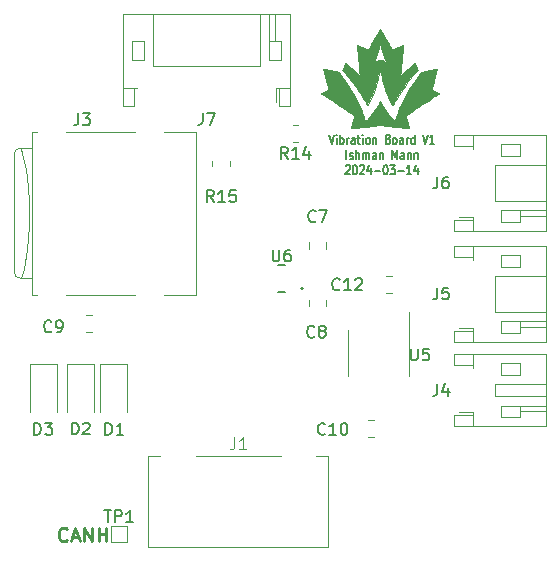
<source format=gbr>
%TF.GenerationSoftware,KiCad,Pcbnew,7.0.8*%
%TF.CreationDate,2024-04-09T20:43:08-04:00*%
%TF.ProjectId,vibBoard,76696242-6f61-4726-942e-6b696361645f,rev?*%
%TF.SameCoordinates,Original*%
%TF.FileFunction,Legend,Top*%
%TF.FilePolarity,Positive*%
%FSLAX46Y46*%
G04 Gerber Fmt 4.6, Leading zero omitted, Abs format (unit mm)*
G04 Created by KiCad (PCBNEW 7.0.8) date 2024-04-09 20:43:08*
%MOMM*%
%LPD*%
G01*
G04 APERTURE LIST*
%ADD10C,0.254000*%
%ADD11C,0.127000*%
%ADD12C,0.100000*%
%ADD13C,0.150000*%
%ADD14C,0.120000*%
%ADD15C,0.152400*%
%ADD16C,0.010000*%
G04 APERTURE END LIST*
D10*
X132994590Y-137685453D02*
X132940162Y-137739882D01*
X132940162Y-137739882D02*
X132776876Y-137794310D01*
X132776876Y-137794310D02*
X132668019Y-137794310D01*
X132668019Y-137794310D02*
X132504733Y-137739882D01*
X132504733Y-137739882D02*
X132395876Y-137631024D01*
X132395876Y-137631024D02*
X132341447Y-137522167D01*
X132341447Y-137522167D02*
X132287019Y-137304453D01*
X132287019Y-137304453D02*
X132287019Y-137141167D01*
X132287019Y-137141167D02*
X132341447Y-136923453D01*
X132341447Y-136923453D02*
X132395876Y-136814596D01*
X132395876Y-136814596D02*
X132504733Y-136705739D01*
X132504733Y-136705739D02*
X132668019Y-136651310D01*
X132668019Y-136651310D02*
X132776876Y-136651310D01*
X132776876Y-136651310D02*
X132940162Y-136705739D01*
X132940162Y-136705739D02*
X132994590Y-136760167D01*
X133430019Y-137467739D02*
X133974305Y-137467739D01*
X133321162Y-137794310D02*
X133702162Y-136651310D01*
X133702162Y-136651310D02*
X134083162Y-137794310D01*
X134464161Y-137794310D02*
X134464161Y-136651310D01*
X134464161Y-136651310D02*
X135117304Y-137794310D01*
X135117304Y-137794310D02*
X135117304Y-136651310D01*
X135661590Y-137794310D02*
X135661590Y-136651310D01*
X135661590Y-137195596D02*
X136314733Y-137195596D01*
X136314733Y-137794310D02*
X136314733Y-136651310D01*
D11*
X155189161Y-103355077D02*
X155400827Y-104155177D01*
X155400827Y-104155177D02*
X155612494Y-103355077D01*
X155824161Y-104155177D02*
X155824161Y-103621777D01*
X155824161Y-103355077D02*
X155793923Y-103393177D01*
X155793923Y-103393177D02*
X155824161Y-103431277D01*
X155824161Y-103431277D02*
X155854399Y-103393177D01*
X155854399Y-103393177D02*
X155824161Y-103355077D01*
X155824161Y-103355077D02*
X155824161Y-103431277D01*
X156126542Y-104155177D02*
X156126542Y-103355077D01*
X156126542Y-103659877D02*
X156187018Y-103621777D01*
X156187018Y-103621777D02*
X156307971Y-103621777D01*
X156307971Y-103621777D02*
X156368447Y-103659877D01*
X156368447Y-103659877D02*
X156398685Y-103697977D01*
X156398685Y-103697977D02*
X156428923Y-103774177D01*
X156428923Y-103774177D02*
X156428923Y-104002777D01*
X156428923Y-104002777D02*
X156398685Y-104078977D01*
X156398685Y-104078977D02*
X156368447Y-104117077D01*
X156368447Y-104117077D02*
X156307971Y-104155177D01*
X156307971Y-104155177D02*
X156187018Y-104155177D01*
X156187018Y-104155177D02*
X156126542Y-104117077D01*
X156701066Y-104155177D02*
X156701066Y-103621777D01*
X156701066Y-103774177D02*
X156731304Y-103697977D01*
X156731304Y-103697977D02*
X156761542Y-103659877D01*
X156761542Y-103659877D02*
X156822018Y-103621777D01*
X156822018Y-103621777D02*
X156882495Y-103621777D01*
X157366304Y-104155177D02*
X157366304Y-103736077D01*
X157366304Y-103736077D02*
X157336066Y-103659877D01*
X157336066Y-103659877D02*
X157275590Y-103621777D01*
X157275590Y-103621777D02*
X157154637Y-103621777D01*
X157154637Y-103621777D02*
X157094161Y-103659877D01*
X157366304Y-104117077D02*
X157305828Y-104155177D01*
X157305828Y-104155177D02*
X157154637Y-104155177D01*
X157154637Y-104155177D02*
X157094161Y-104117077D01*
X157094161Y-104117077D02*
X157063923Y-104040877D01*
X157063923Y-104040877D02*
X157063923Y-103964677D01*
X157063923Y-103964677D02*
X157094161Y-103888477D01*
X157094161Y-103888477D02*
X157154637Y-103850377D01*
X157154637Y-103850377D02*
X157305828Y-103850377D01*
X157305828Y-103850377D02*
X157366304Y-103812277D01*
X157577971Y-103621777D02*
X157819875Y-103621777D01*
X157668685Y-103355077D02*
X157668685Y-104040877D01*
X157668685Y-104040877D02*
X157698923Y-104117077D01*
X157698923Y-104117077D02*
X157759399Y-104155177D01*
X157759399Y-104155177D02*
X157819875Y-104155177D01*
X158031542Y-104155177D02*
X158031542Y-103621777D01*
X158031542Y-103355077D02*
X158001304Y-103393177D01*
X158001304Y-103393177D02*
X158031542Y-103431277D01*
X158031542Y-103431277D02*
X158061780Y-103393177D01*
X158061780Y-103393177D02*
X158031542Y-103355077D01*
X158031542Y-103355077D02*
X158031542Y-103431277D01*
X158424637Y-104155177D02*
X158364161Y-104117077D01*
X158364161Y-104117077D02*
X158333923Y-104078977D01*
X158333923Y-104078977D02*
X158303685Y-104002777D01*
X158303685Y-104002777D02*
X158303685Y-103774177D01*
X158303685Y-103774177D02*
X158333923Y-103697977D01*
X158333923Y-103697977D02*
X158364161Y-103659877D01*
X158364161Y-103659877D02*
X158424637Y-103621777D01*
X158424637Y-103621777D02*
X158515352Y-103621777D01*
X158515352Y-103621777D02*
X158575828Y-103659877D01*
X158575828Y-103659877D02*
X158606066Y-103697977D01*
X158606066Y-103697977D02*
X158636304Y-103774177D01*
X158636304Y-103774177D02*
X158636304Y-104002777D01*
X158636304Y-104002777D02*
X158606066Y-104078977D01*
X158606066Y-104078977D02*
X158575828Y-104117077D01*
X158575828Y-104117077D02*
X158515352Y-104155177D01*
X158515352Y-104155177D02*
X158424637Y-104155177D01*
X158908447Y-103621777D02*
X158908447Y-104155177D01*
X158908447Y-103697977D02*
X158938685Y-103659877D01*
X158938685Y-103659877D02*
X158999161Y-103621777D01*
X158999161Y-103621777D02*
X159089876Y-103621777D01*
X159089876Y-103621777D02*
X159150352Y-103659877D01*
X159150352Y-103659877D02*
X159180590Y-103736077D01*
X159180590Y-103736077D02*
X159180590Y-104155177D01*
X160178448Y-103736077D02*
X160269162Y-103774177D01*
X160269162Y-103774177D02*
X160299400Y-103812277D01*
X160299400Y-103812277D02*
X160329638Y-103888477D01*
X160329638Y-103888477D02*
X160329638Y-104002777D01*
X160329638Y-104002777D02*
X160299400Y-104078977D01*
X160299400Y-104078977D02*
X160269162Y-104117077D01*
X160269162Y-104117077D02*
X160208686Y-104155177D01*
X160208686Y-104155177D02*
X159966781Y-104155177D01*
X159966781Y-104155177D02*
X159966781Y-103355077D01*
X159966781Y-103355077D02*
X160178448Y-103355077D01*
X160178448Y-103355077D02*
X160238924Y-103393177D01*
X160238924Y-103393177D02*
X160269162Y-103431277D01*
X160269162Y-103431277D02*
X160299400Y-103507477D01*
X160299400Y-103507477D02*
X160299400Y-103583677D01*
X160299400Y-103583677D02*
X160269162Y-103659877D01*
X160269162Y-103659877D02*
X160238924Y-103697977D01*
X160238924Y-103697977D02*
X160178448Y-103736077D01*
X160178448Y-103736077D02*
X159966781Y-103736077D01*
X160692495Y-104155177D02*
X160632019Y-104117077D01*
X160632019Y-104117077D02*
X160601781Y-104078977D01*
X160601781Y-104078977D02*
X160571543Y-104002777D01*
X160571543Y-104002777D02*
X160571543Y-103774177D01*
X160571543Y-103774177D02*
X160601781Y-103697977D01*
X160601781Y-103697977D02*
X160632019Y-103659877D01*
X160632019Y-103659877D02*
X160692495Y-103621777D01*
X160692495Y-103621777D02*
X160783210Y-103621777D01*
X160783210Y-103621777D02*
X160843686Y-103659877D01*
X160843686Y-103659877D02*
X160873924Y-103697977D01*
X160873924Y-103697977D02*
X160904162Y-103774177D01*
X160904162Y-103774177D02*
X160904162Y-104002777D01*
X160904162Y-104002777D02*
X160873924Y-104078977D01*
X160873924Y-104078977D02*
X160843686Y-104117077D01*
X160843686Y-104117077D02*
X160783210Y-104155177D01*
X160783210Y-104155177D02*
X160692495Y-104155177D01*
X161448448Y-104155177D02*
X161448448Y-103736077D01*
X161448448Y-103736077D02*
X161418210Y-103659877D01*
X161418210Y-103659877D02*
X161357734Y-103621777D01*
X161357734Y-103621777D02*
X161236781Y-103621777D01*
X161236781Y-103621777D02*
X161176305Y-103659877D01*
X161448448Y-104117077D02*
X161387972Y-104155177D01*
X161387972Y-104155177D02*
X161236781Y-104155177D01*
X161236781Y-104155177D02*
X161176305Y-104117077D01*
X161176305Y-104117077D02*
X161146067Y-104040877D01*
X161146067Y-104040877D02*
X161146067Y-103964677D01*
X161146067Y-103964677D02*
X161176305Y-103888477D01*
X161176305Y-103888477D02*
X161236781Y-103850377D01*
X161236781Y-103850377D02*
X161387972Y-103850377D01*
X161387972Y-103850377D02*
X161448448Y-103812277D01*
X161750829Y-104155177D02*
X161750829Y-103621777D01*
X161750829Y-103774177D02*
X161781067Y-103697977D01*
X161781067Y-103697977D02*
X161811305Y-103659877D01*
X161811305Y-103659877D02*
X161871781Y-103621777D01*
X161871781Y-103621777D02*
X161932258Y-103621777D01*
X162416067Y-104155177D02*
X162416067Y-103355077D01*
X162416067Y-104117077D02*
X162355591Y-104155177D01*
X162355591Y-104155177D02*
X162234638Y-104155177D01*
X162234638Y-104155177D02*
X162174162Y-104117077D01*
X162174162Y-104117077D02*
X162143924Y-104078977D01*
X162143924Y-104078977D02*
X162113686Y-104002777D01*
X162113686Y-104002777D02*
X162113686Y-103774177D01*
X162113686Y-103774177D02*
X162143924Y-103697977D01*
X162143924Y-103697977D02*
X162174162Y-103659877D01*
X162174162Y-103659877D02*
X162234638Y-103621777D01*
X162234638Y-103621777D02*
X162355591Y-103621777D01*
X162355591Y-103621777D02*
X162416067Y-103659877D01*
X163111544Y-103355077D02*
X163323210Y-104155177D01*
X163323210Y-104155177D02*
X163534877Y-103355077D01*
X164079163Y-104155177D02*
X163716306Y-104155177D01*
X163897734Y-104155177D02*
X163897734Y-103355077D01*
X163897734Y-103355077D02*
X163837258Y-103469377D01*
X163837258Y-103469377D02*
X163776782Y-103545577D01*
X163776782Y-103545577D02*
X163716306Y-103583677D01*
X156655708Y-105443338D02*
X156655708Y-104643238D01*
X156927851Y-105405238D02*
X156988327Y-105443338D01*
X156988327Y-105443338D02*
X157109279Y-105443338D01*
X157109279Y-105443338D02*
X157169756Y-105405238D01*
X157169756Y-105405238D02*
X157199994Y-105329038D01*
X157199994Y-105329038D02*
X157199994Y-105290938D01*
X157199994Y-105290938D02*
X157169756Y-105214738D01*
X157169756Y-105214738D02*
X157109279Y-105176638D01*
X157109279Y-105176638D02*
X157018565Y-105176638D01*
X157018565Y-105176638D02*
X156958089Y-105138538D01*
X156958089Y-105138538D02*
X156927851Y-105062338D01*
X156927851Y-105062338D02*
X156927851Y-105024238D01*
X156927851Y-105024238D02*
X156958089Y-104948038D01*
X156958089Y-104948038D02*
X157018565Y-104909938D01*
X157018565Y-104909938D02*
X157109279Y-104909938D01*
X157109279Y-104909938D02*
X157169756Y-104948038D01*
X157472137Y-105443338D02*
X157472137Y-104643238D01*
X157744280Y-105443338D02*
X157744280Y-105024238D01*
X157744280Y-105024238D02*
X157714042Y-104948038D01*
X157714042Y-104948038D02*
X157653566Y-104909938D01*
X157653566Y-104909938D02*
X157562851Y-104909938D01*
X157562851Y-104909938D02*
X157502375Y-104948038D01*
X157502375Y-104948038D02*
X157472137Y-104986138D01*
X158046661Y-105443338D02*
X158046661Y-104909938D01*
X158046661Y-104986138D02*
X158076899Y-104948038D01*
X158076899Y-104948038D02*
X158137375Y-104909938D01*
X158137375Y-104909938D02*
X158228090Y-104909938D01*
X158228090Y-104909938D02*
X158288566Y-104948038D01*
X158288566Y-104948038D02*
X158318804Y-105024238D01*
X158318804Y-105024238D02*
X158318804Y-105443338D01*
X158318804Y-105024238D02*
X158349042Y-104948038D01*
X158349042Y-104948038D02*
X158409518Y-104909938D01*
X158409518Y-104909938D02*
X158500232Y-104909938D01*
X158500232Y-104909938D02*
X158560709Y-104948038D01*
X158560709Y-104948038D02*
X158590947Y-105024238D01*
X158590947Y-105024238D02*
X158590947Y-105443338D01*
X159165471Y-105443338D02*
X159165471Y-105024238D01*
X159165471Y-105024238D02*
X159135233Y-104948038D01*
X159135233Y-104948038D02*
X159074757Y-104909938D01*
X159074757Y-104909938D02*
X158953804Y-104909938D01*
X158953804Y-104909938D02*
X158893328Y-104948038D01*
X159165471Y-105405238D02*
X159104995Y-105443338D01*
X159104995Y-105443338D02*
X158953804Y-105443338D01*
X158953804Y-105443338D02*
X158893328Y-105405238D01*
X158893328Y-105405238D02*
X158863090Y-105329038D01*
X158863090Y-105329038D02*
X158863090Y-105252838D01*
X158863090Y-105252838D02*
X158893328Y-105176638D01*
X158893328Y-105176638D02*
X158953804Y-105138538D01*
X158953804Y-105138538D02*
X159104995Y-105138538D01*
X159104995Y-105138538D02*
X159165471Y-105100438D01*
X159467852Y-104909938D02*
X159467852Y-105443338D01*
X159467852Y-104986138D02*
X159498090Y-104948038D01*
X159498090Y-104948038D02*
X159558566Y-104909938D01*
X159558566Y-104909938D02*
X159649281Y-104909938D01*
X159649281Y-104909938D02*
X159709757Y-104948038D01*
X159709757Y-104948038D02*
X159739995Y-105024238D01*
X159739995Y-105024238D02*
X159739995Y-105443338D01*
X160526186Y-105443338D02*
X160526186Y-104643238D01*
X160526186Y-104643238D02*
X160737853Y-105214738D01*
X160737853Y-105214738D02*
X160949519Y-104643238D01*
X160949519Y-104643238D02*
X160949519Y-105443338D01*
X161524043Y-105443338D02*
X161524043Y-105024238D01*
X161524043Y-105024238D02*
X161493805Y-104948038D01*
X161493805Y-104948038D02*
X161433329Y-104909938D01*
X161433329Y-104909938D02*
X161312376Y-104909938D01*
X161312376Y-104909938D02*
X161251900Y-104948038D01*
X161524043Y-105405238D02*
X161463567Y-105443338D01*
X161463567Y-105443338D02*
X161312376Y-105443338D01*
X161312376Y-105443338D02*
X161251900Y-105405238D01*
X161251900Y-105405238D02*
X161221662Y-105329038D01*
X161221662Y-105329038D02*
X161221662Y-105252838D01*
X161221662Y-105252838D02*
X161251900Y-105176638D01*
X161251900Y-105176638D02*
X161312376Y-105138538D01*
X161312376Y-105138538D02*
X161463567Y-105138538D01*
X161463567Y-105138538D02*
X161524043Y-105100438D01*
X161826424Y-104909938D02*
X161826424Y-105443338D01*
X161826424Y-104986138D02*
X161856662Y-104948038D01*
X161856662Y-104948038D02*
X161917138Y-104909938D01*
X161917138Y-104909938D02*
X162007853Y-104909938D01*
X162007853Y-104909938D02*
X162068329Y-104948038D01*
X162068329Y-104948038D02*
X162098567Y-105024238D01*
X162098567Y-105024238D02*
X162098567Y-105443338D01*
X162400948Y-104909938D02*
X162400948Y-105443338D01*
X162400948Y-104986138D02*
X162431186Y-104948038D01*
X162431186Y-104948038D02*
X162491662Y-104909938D01*
X162491662Y-104909938D02*
X162582377Y-104909938D01*
X162582377Y-104909938D02*
X162642853Y-104948038D01*
X162642853Y-104948038D02*
X162673091Y-105024238D01*
X162673091Y-105024238D02*
X162673091Y-105443338D01*
X156580114Y-106007599D02*
X156610352Y-105969499D01*
X156610352Y-105969499D02*
X156670828Y-105931399D01*
X156670828Y-105931399D02*
X156822019Y-105931399D01*
X156822019Y-105931399D02*
X156882495Y-105969499D01*
X156882495Y-105969499D02*
X156912733Y-106007599D01*
X156912733Y-106007599D02*
X156942971Y-106083799D01*
X156942971Y-106083799D02*
X156942971Y-106159999D01*
X156942971Y-106159999D02*
X156912733Y-106274299D01*
X156912733Y-106274299D02*
X156549876Y-106731499D01*
X156549876Y-106731499D02*
X156942971Y-106731499D01*
X157336066Y-105931399D02*
X157396543Y-105931399D01*
X157396543Y-105931399D02*
X157457019Y-105969499D01*
X157457019Y-105969499D02*
X157487257Y-106007599D01*
X157487257Y-106007599D02*
X157517495Y-106083799D01*
X157517495Y-106083799D02*
X157547733Y-106236199D01*
X157547733Y-106236199D02*
X157547733Y-106426699D01*
X157547733Y-106426699D02*
X157517495Y-106579099D01*
X157517495Y-106579099D02*
X157487257Y-106655299D01*
X157487257Y-106655299D02*
X157457019Y-106693399D01*
X157457019Y-106693399D02*
X157396543Y-106731499D01*
X157396543Y-106731499D02*
X157336066Y-106731499D01*
X157336066Y-106731499D02*
X157275590Y-106693399D01*
X157275590Y-106693399D02*
X157245352Y-106655299D01*
X157245352Y-106655299D02*
X157215114Y-106579099D01*
X157215114Y-106579099D02*
X157184876Y-106426699D01*
X157184876Y-106426699D02*
X157184876Y-106236199D01*
X157184876Y-106236199D02*
X157215114Y-106083799D01*
X157215114Y-106083799D02*
X157245352Y-106007599D01*
X157245352Y-106007599D02*
X157275590Y-105969499D01*
X157275590Y-105969499D02*
X157336066Y-105931399D01*
X157789638Y-106007599D02*
X157819876Y-105969499D01*
X157819876Y-105969499D02*
X157880352Y-105931399D01*
X157880352Y-105931399D02*
X158031543Y-105931399D01*
X158031543Y-105931399D02*
X158092019Y-105969499D01*
X158092019Y-105969499D02*
X158122257Y-106007599D01*
X158122257Y-106007599D02*
X158152495Y-106083799D01*
X158152495Y-106083799D02*
X158152495Y-106159999D01*
X158152495Y-106159999D02*
X158122257Y-106274299D01*
X158122257Y-106274299D02*
X157759400Y-106731499D01*
X157759400Y-106731499D02*
X158152495Y-106731499D01*
X158696781Y-106198099D02*
X158696781Y-106731499D01*
X158545590Y-105893299D02*
X158394400Y-106464799D01*
X158394400Y-106464799D02*
X158787495Y-106464799D01*
X159029400Y-106426699D02*
X159513210Y-106426699D01*
X159936542Y-105931399D02*
X159997019Y-105931399D01*
X159997019Y-105931399D02*
X160057495Y-105969499D01*
X160057495Y-105969499D02*
X160087733Y-106007599D01*
X160087733Y-106007599D02*
X160117971Y-106083799D01*
X160117971Y-106083799D02*
X160148209Y-106236199D01*
X160148209Y-106236199D02*
X160148209Y-106426699D01*
X160148209Y-106426699D02*
X160117971Y-106579099D01*
X160117971Y-106579099D02*
X160087733Y-106655299D01*
X160087733Y-106655299D02*
X160057495Y-106693399D01*
X160057495Y-106693399D02*
X159997019Y-106731499D01*
X159997019Y-106731499D02*
X159936542Y-106731499D01*
X159936542Y-106731499D02*
X159876066Y-106693399D01*
X159876066Y-106693399D02*
X159845828Y-106655299D01*
X159845828Y-106655299D02*
X159815590Y-106579099D01*
X159815590Y-106579099D02*
X159785352Y-106426699D01*
X159785352Y-106426699D02*
X159785352Y-106236199D01*
X159785352Y-106236199D02*
X159815590Y-106083799D01*
X159815590Y-106083799D02*
X159845828Y-106007599D01*
X159845828Y-106007599D02*
X159876066Y-105969499D01*
X159876066Y-105969499D02*
X159936542Y-105931399D01*
X160359876Y-105931399D02*
X160752971Y-105931399D01*
X160752971Y-105931399D02*
X160541304Y-106236199D01*
X160541304Y-106236199D02*
X160632019Y-106236199D01*
X160632019Y-106236199D02*
X160692495Y-106274299D01*
X160692495Y-106274299D02*
X160722733Y-106312399D01*
X160722733Y-106312399D02*
X160752971Y-106388599D01*
X160752971Y-106388599D02*
X160752971Y-106579099D01*
X160752971Y-106579099D02*
X160722733Y-106655299D01*
X160722733Y-106655299D02*
X160692495Y-106693399D01*
X160692495Y-106693399D02*
X160632019Y-106731499D01*
X160632019Y-106731499D02*
X160450590Y-106731499D01*
X160450590Y-106731499D02*
X160390114Y-106693399D01*
X160390114Y-106693399D02*
X160359876Y-106655299D01*
X161025114Y-106426699D02*
X161508924Y-106426699D01*
X162143923Y-106731499D02*
X161781066Y-106731499D01*
X161962494Y-106731499D02*
X161962494Y-105931399D01*
X161962494Y-105931399D02*
X161902018Y-106045699D01*
X161902018Y-106045699D02*
X161841542Y-106121899D01*
X161841542Y-106121899D02*
X161781066Y-106159999D01*
X162688209Y-106198099D02*
X162688209Y-106731499D01*
X162537018Y-105893299D02*
X162385828Y-106464799D01*
X162385828Y-106464799D02*
X162778923Y-106464799D01*
D12*
X147150666Y-128997419D02*
X147150666Y-129711704D01*
X147150666Y-129711704D02*
X147103047Y-129854561D01*
X147103047Y-129854561D02*
X147007809Y-129949800D01*
X147007809Y-129949800D02*
X146864952Y-129997419D01*
X146864952Y-129997419D02*
X146769714Y-129997419D01*
X148150666Y-129997419D02*
X147579238Y-129997419D01*
X147864952Y-129997419D02*
X147864952Y-128997419D01*
X147864952Y-128997419D02*
X147769714Y-129140276D01*
X147769714Y-129140276D02*
X147674476Y-129235514D01*
X147674476Y-129235514D02*
X147579238Y-129283133D01*
D13*
X144475866Y-101522019D02*
X144475866Y-102236304D01*
X144475866Y-102236304D02*
X144428247Y-102379161D01*
X144428247Y-102379161D02*
X144333009Y-102474400D01*
X144333009Y-102474400D02*
X144190152Y-102522019D01*
X144190152Y-102522019D02*
X144094914Y-102522019D01*
X144856819Y-101522019D02*
X145523485Y-101522019D01*
X145523485Y-101522019D02*
X145094914Y-102522019D01*
X150393495Y-113094419D02*
X150393495Y-113903942D01*
X150393495Y-113903942D02*
X150441114Y-113999180D01*
X150441114Y-113999180D02*
X150488733Y-114046800D01*
X150488733Y-114046800D02*
X150583971Y-114094419D01*
X150583971Y-114094419D02*
X150774447Y-114094419D01*
X150774447Y-114094419D02*
X150869685Y-114046800D01*
X150869685Y-114046800D02*
X150917304Y-113999180D01*
X150917304Y-113999180D02*
X150964923Y-113903942D01*
X150964923Y-113903942D02*
X150964923Y-113094419D01*
X151869685Y-113094419D02*
X151679209Y-113094419D01*
X151679209Y-113094419D02*
X151583971Y-113142038D01*
X151583971Y-113142038D02*
X151536352Y-113189657D01*
X151536352Y-113189657D02*
X151441114Y-113332514D01*
X151441114Y-113332514D02*
X151393495Y-113522990D01*
X151393495Y-113522990D02*
X151393495Y-113903942D01*
X151393495Y-113903942D02*
X151441114Y-113999180D01*
X151441114Y-113999180D02*
X151488733Y-114046800D01*
X151488733Y-114046800D02*
X151583971Y-114094419D01*
X151583971Y-114094419D02*
X151774447Y-114094419D01*
X151774447Y-114094419D02*
X151869685Y-114046800D01*
X151869685Y-114046800D02*
X151917304Y-113999180D01*
X151917304Y-113999180D02*
X151964923Y-113903942D01*
X151964923Y-113903942D02*
X151964923Y-113665847D01*
X151964923Y-113665847D02*
X151917304Y-113570609D01*
X151917304Y-113570609D02*
X151869685Y-113522990D01*
X151869685Y-113522990D02*
X151774447Y-113475371D01*
X151774447Y-113475371D02*
X151583971Y-113475371D01*
X151583971Y-113475371D02*
X151488733Y-113522990D01*
X151488733Y-113522990D02*
X151441114Y-113570609D01*
X151441114Y-113570609D02*
X151393495Y-113665847D01*
X164338666Y-116310819D02*
X164338666Y-117025104D01*
X164338666Y-117025104D02*
X164291047Y-117167961D01*
X164291047Y-117167961D02*
X164195809Y-117263200D01*
X164195809Y-117263200D02*
X164052952Y-117310819D01*
X164052952Y-117310819D02*
X163957714Y-117310819D01*
X165291047Y-116310819D02*
X164814857Y-116310819D01*
X164814857Y-116310819D02*
X164767238Y-116787009D01*
X164767238Y-116787009D02*
X164814857Y-116739390D01*
X164814857Y-116739390D02*
X164910095Y-116691771D01*
X164910095Y-116691771D02*
X165148190Y-116691771D01*
X165148190Y-116691771D02*
X165243428Y-116739390D01*
X165243428Y-116739390D02*
X165291047Y-116787009D01*
X165291047Y-116787009D02*
X165338666Y-116882247D01*
X165338666Y-116882247D02*
X165338666Y-117120342D01*
X165338666Y-117120342D02*
X165291047Y-117215580D01*
X165291047Y-117215580D02*
X165243428Y-117263200D01*
X165243428Y-117263200D02*
X165148190Y-117310819D01*
X165148190Y-117310819D02*
X164910095Y-117310819D01*
X164910095Y-117310819D02*
X164814857Y-117263200D01*
X164814857Y-117263200D02*
X164767238Y-117215580D01*
X164338666Y-124454819D02*
X164338666Y-125169104D01*
X164338666Y-125169104D02*
X164291047Y-125311961D01*
X164291047Y-125311961D02*
X164195809Y-125407200D01*
X164195809Y-125407200D02*
X164052952Y-125454819D01*
X164052952Y-125454819D02*
X163957714Y-125454819D01*
X165243428Y-124788152D02*
X165243428Y-125454819D01*
X165005333Y-124407200D02*
X164767238Y-125121485D01*
X164767238Y-125121485D02*
X165386285Y-125121485D01*
X131659333Y-119993580D02*
X131611714Y-120041200D01*
X131611714Y-120041200D02*
X131468857Y-120088819D01*
X131468857Y-120088819D02*
X131373619Y-120088819D01*
X131373619Y-120088819D02*
X131230762Y-120041200D01*
X131230762Y-120041200D02*
X131135524Y-119945961D01*
X131135524Y-119945961D02*
X131087905Y-119850723D01*
X131087905Y-119850723D02*
X131040286Y-119660247D01*
X131040286Y-119660247D02*
X131040286Y-119517390D01*
X131040286Y-119517390D02*
X131087905Y-119326914D01*
X131087905Y-119326914D02*
X131135524Y-119231676D01*
X131135524Y-119231676D02*
X131230762Y-119136438D01*
X131230762Y-119136438D02*
X131373619Y-119088819D01*
X131373619Y-119088819D02*
X131468857Y-119088819D01*
X131468857Y-119088819D02*
X131611714Y-119136438D01*
X131611714Y-119136438D02*
X131659333Y-119184057D01*
X132135524Y-120088819D02*
X132326000Y-120088819D01*
X132326000Y-120088819D02*
X132421238Y-120041200D01*
X132421238Y-120041200D02*
X132468857Y-119993580D01*
X132468857Y-119993580D02*
X132564095Y-119850723D01*
X132564095Y-119850723D02*
X132611714Y-119660247D01*
X132611714Y-119660247D02*
X132611714Y-119279295D01*
X132611714Y-119279295D02*
X132564095Y-119184057D01*
X132564095Y-119184057D02*
X132516476Y-119136438D01*
X132516476Y-119136438D02*
X132421238Y-119088819D01*
X132421238Y-119088819D02*
X132230762Y-119088819D01*
X132230762Y-119088819D02*
X132135524Y-119136438D01*
X132135524Y-119136438D02*
X132087905Y-119184057D01*
X132087905Y-119184057D02*
X132040286Y-119279295D01*
X132040286Y-119279295D02*
X132040286Y-119517390D01*
X132040286Y-119517390D02*
X132087905Y-119612628D01*
X132087905Y-119612628D02*
X132135524Y-119660247D01*
X132135524Y-119660247D02*
X132230762Y-119707866D01*
X132230762Y-119707866D02*
X132421238Y-119707866D01*
X132421238Y-119707866D02*
X132516476Y-119660247D01*
X132516476Y-119660247D02*
X132564095Y-119612628D01*
X132564095Y-119612628D02*
X132611714Y-119517390D01*
X151680942Y-105407619D02*
X151347609Y-104931428D01*
X151109514Y-105407619D02*
X151109514Y-104407619D01*
X151109514Y-104407619D02*
X151490466Y-104407619D01*
X151490466Y-104407619D02*
X151585704Y-104455238D01*
X151585704Y-104455238D02*
X151633323Y-104502857D01*
X151633323Y-104502857D02*
X151680942Y-104598095D01*
X151680942Y-104598095D02*
X151680942Y-104740952D01*
X151680942Y-104740952D02*
X151633323Y-104836190D01*
X151633323Y-104836190D02*
X151585704Y-104883809D01*
X151585704Y-104883809D02*
X151490466Y-104931428D01*
X151490466Y-104931428D02*
X151109514Y-104931428D01*
X152633323Y-105407619D02*
X152061895Y-105407619D01*
X152347609Y-105407619D02*
X152347609Y-104407619D01*
X152347609Y-104407619D02*
X152252371Y-104550476D01*
X152252371Y-104550476D02*
X152157133Y-104645714D01*
X152157133Y-104645714D02*
X152061895Y-104693333D01*
X153490466Y-104740952D02*
X153490466Y-105407619D01*
X153252371Y-104360000D02*
X153014276Y-105074285D01*
X153014276Y-105074285D02*
X153633323Y-105074285D01*
X154830542Y-128680380D02*
X154782923Y-128728000D01*
X154782923Y-128728000D02*
X154640066Y-128775619D01*
X154640066Y-128775619D02*
X154544828Y-128775619D01*
X154544828Y-128775619D02*
X154401971Y-128728000D01*
X154401971Y-128728000D02*
X154306733Y-128632761D01*
X154306733Y-128632761D02*
X154259114Y-128537523D01*
X154259114Y-128537523D02*
X154211495Y-128347047D01*
X154211495Y-128347047D02*
X154211495Y-128204190D01*
X154211495Y-128204190D02*
X154259114Y-128013714D01*
X154259114Y-128013714D02*
X154306733Y-127918476D01*
X154306733Y-127918476D02*
X154401971Y-127823238D01*
X154401971Y-127823238D02*
X154544828Y-127775619D01*
X154544828Y-127775619D02*
X154640066Y-127775619D01*
X154640066Y-127775619D02*
X154782923Y-127823238D01*
X154782923Y-127823238D02*
X154830542Y-127870857D01*
X155782923Y-128775619D02*
X155211495Y-128775619D01*
X155497209Y-128775619D02*
X155497209Y-127775619D01*
X155497209Y-127775619D02*
X155401971Y-127918476D01*
X155401971Y-127918476D02*
X155306733Y-128013714D01*
X155306733Y-128013714D02*
X155211495Y-128061333D01*
X156401971Y-127775619D02*
X156497209Y-127775619D01*
X156497209Y-127775619D02*
X156592447Y-127823238D01*
X156592447Y-127823238D02*
X156640066Y-127870857D01*
X156640066Y-127870857D02*
X156687685Y-127966095D01*
X156687685Y-127966095D02*
X156735304Y-128156571D01*
X156735304Y-128156571D02*
X156735304Y-128394666D01*
X156735304Y-128394666D02*
X156687685Y-128585142D01*
X156687685Y-128585142D02*
X156640066Y-128680380D01*
X156640066Y-128680380D02*
X156592447Y-128728000D01*
X156592447Y-128728000D02*
X156497209Y-128775619D01*
X156497209Y-128775619D02*
X156401971Y-128775619D01*
X156401971Y-128775619D02*
X156306733Y-128728000D01*
X156306733Y-128728000D02*
X156259114Y-128680380D01*
X156259114Y-128680380D02*
X156211495Y-128585142D01*
X156211495Y-128585142D02*
X156163876Y-128394666D01*
X156163876Y-128394666D02*
X156163876Y-128156571D01*
X156163876Y-128156571D02*
X156211495Y-127966095D01*
X156211495Y-127966095D02*
X156259114Y-127870857D01*
X156259114Y-127870857D02*
X156306733Y-127823238D01*
X156306733Y-127823238D02*
X156401971Y-127775619D01*
X153935133Y-120450780D02*
X153887514Y-120498400D01*
X153887514Y-120498400D02*
X153744657Y-120546019D01*
X153744657Y-120546019D02*
X153649419Y-120546019D01*
X153649419Y-120546019D02*
X153506562Y-120498400D01*
X153506562Y-120498400D02*
X153411324Y-120403161D01*
X153411324Y-120403161D02*
X153363705Y-120307923D01*
X153363705Y-120307923D02*
X153316086Y-120117447D01*
X153316086Y-120117447D02*
X153316086Y-119974590D01*
X153316086Y-119974590D02*
X153363705Y-119784114D01*
X153363705Y-119784114D02*
X153411324Y-119688876D01*
X153411324Y-119688876D02*
X153506562Y-119593638D01*
X153506562Y-119593638D02*
X153649419Y-119546019D01*
X153649419Y-119546019D02*
X153744657Y-119546019D01*
X153744657Y-119546019D02*
X153887514Y-119593638D01*
X153887514Y-119593638D02*
X153935133Y-119641257D01*
X154506562Y-119974590D02*
X154411324Y-119926971D01*
X154411324Y-119926971D02*
X154363705Y-119879352D01*
X154363705Y-119879352D02*
X154316086Y-119784114D01*
X154316086Y-119784114D02*
X154316086Y-119736495D01*
X154316086Y-119736495D02*
X154363705Y-119641257D01*
X154363705Y-119641257D02*
X154411324Y-119593638D01*
X154411324Y-119593638D02*
X154506562Y-119546019D01*
X154506562Y-119546019D02*
X154697038Y-119546019D01*
X154697038Y-119546019D02*
X154792276Y-119593638D01*
X154792276Y-119593638D02*
X154839895Y-119641257D01*
X154839895Y-119641257D02*
X154887514Y-119736495D01*
X154887514Y-119736495D02*
X154887514Y-119784114D01*
X154887514Y-119784114D02*
X154839895Y-119879352D01*
X154839895Y-119879352D02*
X154792276Y-119926971D01*
X154792276Y-119926971D02*
X154697038Y-119974590D01*
X154697038Y-119974590D02*
X154506562Y-119974590D01*
X154506562Y-119974590D02*
X154411324Y-120022209D01*
X154411324Y-120022209D02*
X154363705Y-120069828D01*
X154363705Y-120069828D02*
X154316086Y-120165066D01*
X154316086Y-120165066D02*
X154316086Y-120355542D01*
X154316086Y-120355542D02*
X154363705Y-120450780D01*
X154363705Y-120450780D02*
X154411324Y-120498400D01*
X154411324Y-120498400D02*
X154506562Y-120546019D01*
X154506562Y-120546019D02*
X154697038Y-120546019D01*
X154697038Y-120546019D02*
X154792276Y-120498400D01*
X154792276Y-120498400D02*
X154839895Y-120450780D01*
X154839895Y-120450780D02*
X154887514Y-120355542D01*
X154887514Y-120355542D02*
X154887514Y-120165066D01*
X154887514Y-120165066D02*
X154839895Y-120069828D01*
X154839895Y-120069828D02*
X154792276Y-120022209D01*
X154792276Y-120022209D02*
X154697038Y-119974590D01*
X133399305Y-128750219D02*
X133399305Y-127750219D01*
X133399305Y-127750219D02*
X133637400Y-127750219D01*
X133637400Y-127750219D02*
X133780257Y-127797838D01*
X133780257Y-127797838D02*
X133875495Y-127893076D01*
X133875495Y-127893076D02*
X133923114Y-127988314D01*
X133923114Y-127988314D02*
X133970733Y-128178790D01*
X133970733Y-128178790D02*
X133970733Y-128321647D01*
X133970733Y-128321647D02*
X133923114Y-128512123D01*
X133923114Y-128512123D02*
X133875495Y-128607361D01*
X133875495Y-128607361D02*
X133780257Y-128702600D01*
X133780257Y-128702600D02*
X133637400Y-128750219D01*
X133637400Y-128750219D02*
X133399305Y-128750219D01*
X134351686Y-127845457D02*
X134399305Y-127797838D01*
X134399305Y-127797838D02*
X134494543Y-127750219D01*
X134494543Y-127750219D02*
X134732638Y-127750219D01*
X134732638Y-127750219D02*
X134827876Y-127797838D01*
X134827876Y-127797838D02*
X134875495Y-127845457D01*
X134875495Y-127845457D02*
X134923114Y-127940695D01*
X134923114Y-127940695D02*
X134923114Y-128035933D01*
X134923114Y-128035933D02*
X134875495Y-128178790D01*
X134875495Y-128178790D02*
X134304067Y-128750219D01*
X134304067Y-128750219D02*
X134923114Y-128750219D01*
X136152095Y-135166819D02*
X136723523Y-135166819D01*
X136437809Y-136166819D02*
X136437809Y-135166819D01*
X137056857Y-136166819D02*
X137056857Y-135166819D01*
X137056857Y-135166819D02*
X137437809Y-135166819D01*
X137437809Y-135166819D02*
X137533047Y-135214438D01*
X137533047Y-135214438D02*
X137580666Y-135262057D01*
X137580666Y-135262057D02*
X137628285Y-135357295D01*
X137628285Y-135357295D02*
X137628285Y-135500152D01*
X137628285Y-135500152D02*
X137580666Y-135595390D01*
X137580666Y-135595390D02*
X137533047Y-135643009D01*
X137533047Y-135643009D02*
X137437809Y-135690628D01*
X137437809Y-135690628D02*
X137056857Y-135690628D01*
X138580666Y-136166819D02*
X138009238Y-136166819D01*
X138294952Y-136166819D02*
X138294952Y-135166819D01*
X138294952Y-135166819D02*
X138199714Y-135309676D01*
X138199714Y-135309676D02*
X138104476Y-135404914D01*
X138104476Y-135404914D02*
X138009238Y-135452533D01*
X164338666Y-106912819D02*
X164338666Y-107627104D01*
X164338666Y-107627104D02*
X164291047Y-107769961D01*
X164291047Y-107769961D02*
X164195809Y-107865200D01*
X164195809Y-107865200D02*
X164052952Y-107912819D01*
X164052952Y-107912819D02*
X163957714Y-107912819D01*
X165243428Y-106912819D02*
X165052952Y-106912819D01*
X165052952Y-106912819D02*
X164957714Y-106960438D01*
X164957714Y-106960438D02*
X164910095Y-107008057D01*
X164910095Y-107008057D02*
X164814857Y-107150914D01*
X164814857Y-107150914D02*
X164767238Y-107341390D01*
X164767238Y-107341390D02*
X164767238Y-107722342D01*
X164767238Y-107722342D02*
X164814857Y-107817580D01*
X164814857Y-107817580D02*
X164862476Y-107865200D01*
X164862476Y-107865200D02*
X164957714Y-107912819D01*
X164957714Y-107912819D02*
X165148190Y-107912819D01*
X165148190Y-107912819D02*
X165243428Y-107865200D01*
X165243428Y-107865200D02*
X165291047Y-107817580D01*
X165291047Y-107817580D02*
X165338666Y-107722342D01*
X165338666Y-107722342D02*
X165338666Y-107484247D01*
X165338666Y-107484247D02*
X165291047Y-107389009D01*
X165291047Y-107389009D02*
X165243428Y-107341390D01*
X165243428Y-107341390D02*
X165148190Y-107293771D01*
X165148190Y-107293771D02*
X164957714Y-107293771D01*
X164957714Y-107293771D02*
X164862476Y-107341390D01*
X164862476Y-107341390D02*
X164814857Y-107389009D01*
X164814857Y-107389009D02*
X164767238Y-107484247D01*
X130224305Y-128775619D02*
X130224305Y-127775619D01*
X130224305Y-127775619D02*
X130462400Y-127775619D01*
X130462400Y-127775619D02*
X130605257Y-127823238D01*
X130605257Y-127823238D02*
X130700495Y-127918476D01*
X130700495Y-127918476D02*
X130748114Y-128013714D01*
X130748114Y-128013714D02*
X130795733Y-128204190D01*
X130795733Y-128204190D02*
X130795733Y-128347047D01*
X130795733Y-128347047D02*
X130748114Y-128537523D01*
X130748114Y-128537523D02*
X130700495Y-128632761D01*
X130700495Y-128632761D02*
X130605257Y-128728000D01*
X130605257Y-128728000D02*
X130462400Y-128775619D01*
X130462400Y-128775619D02*
X130224305Y-128775619D01*
X131129067Y-127775619D02*
X131748114Y-127775619D01*
X131748114Y-127775619D02*
X131414781Y-128156571D01*
X131414781Y-128156571D02*
X131557638Y-128156571D01*
X131557638Y-128156571D02*
X131652876Y-128204190D01*
X131652876Y-128204190D02*
X131700495Y-128251809D01*
X131700495Y-128251809D02*
X131748114Y-128347047D01*
X131748114Y-128347047D02*
X131748114Y-128585142D01*
X131748114Y-128585142D02*
X131700495Y-128680380D01*
X131700495Y-128680380D02*
X131652876Y-128728000D01*
X131652876Y-128728000D02*
X131557638Y-128775619D01*
X131557638Y-128775619D02*
X131271924Y-128775619D01*
X131271924Y-128775619D02*
X131176686Y-128728000D01*
X131176686Y-128728000D02*
X131129067Y-128680380D01*
X162102895Y-121476419D02*
X162102895Y-122285942D01*
X162102895Y-122285942D02*
X162150514Y-122381180D01*
X162150514Y-122381180D02*
X162198133Y-122428800D01*
X162198133Y-122428800D02*
X162293371Y-122476419D01*
X162293371Y-122476419D02*
X162483847Y-122476419D01*
X162483847Y-122476419D02*
X162579085Y-122428800D01*
X162579085Y-122428800D02*
X162626704Y-122381180D01*
X162626704Y-122381180D02*
X162674323Y-122285942D01*
X162674323Y-122285942D02*
X162674323Y-121476419D01*
X163626704Y-121476419D02*
X163150514Y-121476419D01*
X163150514Y-121476419D02*
X163102895Y-121952609D01*
X163102895Y-121952609D02*
X163150514Y-121904990D01*
X163150514Y-121904990D02*
X163245752Y-121857371D01*
X163245752Y-121857371D02*
X163483847Y-121857371D01*
X163483847Y-121857371D02*
X163579085Y-121904990D01*
X163579085Y-121904990D02*
X163626704Y-121952609D01*
X163626704Y-121952609D02*
X163674323Y-122047847D01*
X163674323Y-122047847D02*
X163674323Y-122285942D01*
X163674323Y-122285942D02*
X163626704Y-122381180D01*
X163626704Y-122381180D02*
X163579085Y-122428800D01*
X163579085Y-122428800D02*
X163483847Y-122476419D01*
X163483847Y-122476419D02*
X163245752Y-122476419D01*
X163245752Y-122476419D02*
X163150514Y-122428800D01*
X163150514Y-122428800D02*
X163102895Y-122381180D01*
X133931066Y-101562819D02*
X133931066Y-102277104D01*
X133931066Y-102277104D02*
X133883447Y-102419961D01*
X133883447Y-102419961D02*
X133788209Y-102515200D01*
X133788209Y-102515200D02*
X133645352Y-102562819D01*
X133645352Y-102562819D02*
X133550114Y-102562819D01*
X134312019Y-101562819D02*
X134931066Y-101562819D01*
X134931066Y-101562819D02*
X134597733Y-101943771D01*
X134597733Y-101943771D02*
X134740590Y-101943771D01*
X134740590Y-101943771D02*
X134835828Y-101991390D01*
X134835828Y-101991390D02*
X134883447Y-102039009D01*
X134883447Y-102039009D02*
X134931066Y-102134247D01*
X134931066Y-102134247D02*
X134931066Y-102372342D01*
X134931066Y-102372342D02*
X134883447Y-102467580D01*
X134883447Y-102467580D02*
X134835828Y-102515200D01*
X134835828Y-102515200D02*
X134740590Y-102562819D01*
X134740590Y-102562819D02*
X134454876Y-102562819D01*
X134454876Y-102562819D02*
X134359638Y-102515200D01*
X134359638Y-102515200D02*
X134312019Y-102467580D01*
X136244105Y-128775619D02*
X136244105Y-127775619D01*
X136244105Y-127775619D02*
X136482200Y-127775619D01*
X136482200Y-127775619D02*
X136625057Y-127823238D01*
X136625057Y-127823238D02*
X136720295Y-127918476D01*
X136720295Y-127918476D02*
X136767914Y-128013714D01*
X136767914Y-128013714D02*
X136815533Y-128204190D01*
X136815533Y-128204190D02*
X136815533Y-128347047D01*
X136815533Y-128347047D02*
X136767914Y-128537523D01*
X136767914Y-128537523D02*
X136720295Y-128632761D01*
X136720295Y-128632761D02*
X136625057Y-128728000D01*
X136625057Y-128728000D02*
X136482200Y-128775619D01*
X136482200Y-128775619D02*
X136244105Y-128775619D01*
X137767914Y-128775619D02*
X137196486Y-128775619D01*
X137482200Y-128775619D02*
X137482200Y-127775619D01*
X137482200Y-127775619D02*
X137386962Y-127918476D01*
X137386962Y-127918476D02*
X137291724Y-128013714D01*
X137291724Y-128013714D02*
X137196486Y-128061333D01*
X154036733Y-110671780D02*
X153989114Y-110719400D01*
X153989114Y-110719400D02*
X153846257Y-110767019D01*
X153846257Y-110767019D02*
X153751019Y-110767019D01*
X153751019Y-110767019D02*
X153608162Y-110719400D01*
X153608162Y-110719400D02*
X153512924Y-110624161D01*
X153512924Y-110624161D02*
X153465305Y-110528923D01*
X153465305Y-110528923D02*
X153417686Y-110338447D01*
X153417686Y-110338447D02*
X153417686Y-110195590D01*
X153417686Y-110195590D02*
X153465305Y-110005114D01*
X153465305Y-110005114D02*
X153512924Y-109909876D01*
X153512924Y-109909876D02*
X153608162Y-109814638D01*
X153608162Y-109814638D02*
X153751019Y-109767019D01*
X153751019Y-109767019D02*
X153846257Y-109767019D01*
X153846257Y-109767019D02*
X153989114Y-109814638D01*
X153989114Y-109814638D02*
X154036733Y-109862257D01*
X154370067Y-109767019D02*
X155036733Y-109767019D01*
X155036733Y-109767019D02*
X154608162Y-110767019D01*
X145407142Y-109065219D02*
X145073809Y-108589028D01*
X144835714Y-109065219D02*
X144835714Y-108065219D01*
X144835714Y-108065219D02*
X145216666Y-108065219D01*
X145216666Y-108065219D02*
X145311904Y-108112838D01*
X145311904Y-108112838D02*
X145359523Y-108160457D01*
X145359523Y-108160457D02*
X145407142Y-108255695D01*
X145407142Y-108255695D02*
X145407142Y-108398552D01*
X145407142Y-108398552D02*
X145359523Y-108493790D01*
X145359523Y-108493790D02*
X145311904Y-108541409D01*
X145311904Y-108541409D02*
X145216666Y-108589028D01*
X145216666Y-108589028D02*
X144835714Y-108589028D01*
X146359523Y-109065219D02*
X145788095Y-109065219D01*
X146073809Y-109065219D02*
X146073809Y-108065219D01*
X146073809Y-108065219D02*
X145978571Y-108208076D01*
X145978571Y-108208076D02*
X145883333Y-108303314D01*
X145883333Y-108303314D02*
X145788095Y-108350933D01*
X147264285Y-108065219D02*
X146788095Y-108065219D01*
X146788095Y-108065219D02*
X146740476Y-108541409D01*
X146740476Y-108541409D02*
X146788095Y-108493790D01*
X146788095Y-108493790D02*
X146883333Y-108446171D01*
X146883333Y-108446171D02*
X147121428Y-108446171D01*
X147121428Y-108446171D02*
X147216666Y-108493790D01*
X147216666Y-108493790D02*
X147264285Y-108541409D01*
X147264285Y-108541409D02*
X147311904Y-108636647D01*
X147311904Y-108636647D02*
X147311904Y-108874742D01*
X147311904Y-108874742D02*
X147264285Y-108969980D01*
X147264285Y-108969980D02*
X147216666Y-109017600D01*
X147216666Y-109017600D02*
X147121428Y-109065219D01*
X147121428Y-109065219D02*
X146883333Y-109065219D01*
X146883333Y-109065219D02*
X146788095Y-109017600D01*
X146788095Y-109017600D02*
X146740476Y-108969980D01*
X156075142Y-116437580D02*
X156027523Y-116485200D01*
X156027523Y-116485200D02*
X155884666Y-116532819D01*
X155884666Y-116532819D02*
X155789428Y-116532819D01*
X155789428Y-116532819D02*
X155646571Y-116485200D01*
X155646571Y-116485200D02*
X155551333Y-116389961D01*
X155551333Y-116389961D02*
X155503714Y-116294723D01*
X155503714Y-116294723D02*
X155456095Y-116104247D01*
X155456095Y-116104247D02*
X155456095Y-115961390D01*
X155456095Y-115961390D02*
X155503714Y-115770914D01*
X155503714Y-115770914D02*
X155551333Y-115675676D01*
X155551333Y-115675676D02*
X155646571Y-115580438D01*
X155646571Y-115580438D02*
X155789428Y-115532819D01*
X155789428Y-115532819D02*
X155884666Y-115532819D01*
X155884666Y-115532819D02*
X156027523Y-115580438D01*
X156027523Y-115580438D02*
X156075142Y-115628057D01*
X157027523Y-116532819D02*
X156456095Y-116532819D01*
X156741809Y-116532819D02*
X156741809Y-115532819D01*
X156741809Y-115532819D02*
X156646571Y-115675676D01*
X156646571Y-115675676D02*
X156551333Y-115770914D01*
X156551333Y-115770914D02*
X156456095Y-115818533D01*
X157408476Y-115628057D02*
X157456095Y-115580438D01*
X157456095Y-115580438D02*
X157551333Y-115532819D01*
X157551333Y-115532819D02*
X157789428Y-115532819D01*
X157789428Y-115532819D02*
X157884666Y-115580438D01*
X157884666Y-115580438D02*
X157932285Y-115628057D01*
X157932285Y-115628057D02*
X157979904Y-115723295D01*
X157979904Y-115723295D02*
X157979904Y-115818533D01*
X157979904Y-115818533D02*
X157932285Y-115961390D01*
X157932285Y-115961390D02*
X157360857Y-116532819D01*
X157360857Y-116532819D02*
X157979904Y-116532819D01*
D12*
%TO.C,J1*%
X139884000Y-130580000D02*
X140904000Y-130580000D01*
X139884000Y-138280000D02*
X139884000Y-130580000D01*
X151104000Y-130580000D02*
X143904000Y-130580000D01*
X155124000Y-130580000D02*
X154104000Y-130580000D01*
X155124000Y-130580000D02*
X155124000Y-138280000D01*
X155124000Y-138280000D02*
X139884000Y-138280000D01*
D14*
%TO.C,J7*%
X151869200Y-100977200D02*
X151869200Y-93157200D01*
X151869200Y-99377200D02*
X150949200Y-99377200D01*
X151869200Y-93157200D02*
X137749200Y-93157200D01*
X151109200Y-97017200D02*
X151109200Y-95417200D01*
X151109200Y-95417200D02*
X150109200Y-95417200D01*
X150949200Y-100977200D02*
X151869200Y-100977200D01*
X150949200Y-99377200D02*
X150949200Y-100977200D01*
X150669200Y-99377200D02*
X150949200Y-99377200D01*
X150669200Y-99377200D02*
X150669200Y-100592200D01*
X150609200Y-95417200D02*
X150609200Y-93157200D01*
X150109200Y-97017200D02*
X151109200Y-97017200D01*
X150109200Y-95417200D02*
X150109200Y-97017200D01*
X150109200Y-95417200D02*
X150109200Y-93157200D01*
X149309200Y-97517200D02*
X140309200Y-97517200D01*
X149309200Y-93157200D02*
X149309200Y-97517200D01*
X140309200Y-97517200D02*
X140309200Y-93157200D01*
X139509200Y-97017200D02*
X138509200Y-97017200D01*
X139509200Y-95417200D02*
X139509200Y-97017200D01*
X138669200Y-100977200D02*
X138669200Y-99377200D01*
X138669200Y-99377200D02*
X138949200Y-99377200D01*
X138509200Y-97017200D02*
X138509200Y-95417200D01*
X138509200Y-95417200D02*
X139509200Y-95417200D01*
X137749200Y-100977200D02*
X138669200Y-100977200D01*
X137749200Y-99377200D02*
X138669200Y-99377200D01*
X137749200Y-93157200D02*
X137749200Y-100977200D01*
D15*
%TO.C,U6*%
X151434413Y-114439700D02*
X150825587Y-114439700D01*
X150825587Y-116700300D02*
X151434413Y-116700300D01*
X152990500Y-116370000D02*
G75*
G03*
X152990500Y-116370000I-101600J0D01*
G01*
D14*
%TO.C,J5*%
X165762000Y-120916000D02*
X173582000Y-120916000D01*
X167362000Y-120916000D02*
X167362000Y-119996000D01*
X173582000Y-120916000D02*
X173582000Y-112796000D01*
X169722000Y-120156000D02*
X171322000Y-120156000D01*
X171322000Y-120156000D02*
X171322000Y-119156000D01*
X165762000Y-119996000D02*
X165762000Y-120916000D01*
X167362000Y-119996000D02*
X165762000Y-119996000D01*
X167362000Y-119716000D02*
X167362000Y-119996000D01*
X167362000Y-119716000D02*
X166147000Y-119716000D01*
X171322000Y-119656000D02*
X173582000Y-119656000D01*
X169722000Y-119156000D02*
X169722000Y-120156000D01*
X171322000Y-119156000D02*
X169722000Y-119156000D01*
X171322000Y-119156000D02*
X173582000Y-119156000D01*
X169222000Y-118356000D02*
X169222000Y-115356000D01*
X173582000Y-118356000D02*
X169222000Y-118356000D01*
X169222000Y-115356000D02*
X173582000Y-115356000D01*
X169722000Y-114556000D02*
X169722000Y-113556000D01*
X171322000Y-114556000D02*
X169722000Y-114556000D01*
X165762000Y-113716000D02*
X167362000Y-113716000D01*
X167362000Y-113716000D02*
X167362000Y-113996000D01*
X169722000Y-113556000D02*
X171322000Y-113556000D01*
X171322000Y-113556000D02*
X171322000Y-114556000D01*
X165762000Y-112796000D02*
X165762000Y-113716000D01*
X167362000Y-112796000D02*
X167362000Y-113716000D01*
X173582000Y-112796000D02*
X165762000Y-112796000D01*
%TO.C,J4*%
X165762000Y-128060000D02*
X173582000Y-128060000D01*
X167362000Y-128060000D02*
X167362000Y-127140000D01*
X173582000Y-128060000D02*
X173582000Y-121940000D01*
X169722000Y-127300000D02*
X171322000Y-127300000D01*
X171322000Y-127300000D02*
X171322000Y-126300000D01*
X165762000Y-127140000D02*
X165762000Y-128060000D01*
X167362000Y-127140000D02*
X165762000Y-127140000D01*
X167362000Y-126860000D02*
X167362000Y-127140000D01*
X167362000Y-126860000D02*
X166147000Y-126860000D01*
X171322000Y-126800000D02*
X173582000Y-126800000D01*
X169722000Y-126300000D02*
X169722000Y-127300000D01*
X171322000Y-126300000D02*
X169722000Y-126300000D01*
X171322000Y-126300000D02*
X173582000Y-126300000D01*
X169222000Y-125500000D02*
X169222000Y-124500000D01*
X173582000Y-125500000D02*
X169222000Y-125500000D01*
X169222000Y-124500000D02*
X173582000Y-124500000D01*
X169722000Y-123700000D02*
X169722000Y-122700000D01*
X171322000Y-123700000D02*
X169722000Y-123700000D01*
X165762000Y-122860000D02*
X167362000Y-122860000D01*
X167362000Y-122860000D02*
X167362000Y-123140000D01*
X169722000Y-122700000D02*
X171322000Y-122700000D01*
X171322000Y-122700000D02*
X171322000Y-123700000D01*
X165762000Y-121940000D02*
X165762000Y-122860000D01*
X167362000Y-121940000D02*
X167362000Y-122860000D01*
X173582000Y-121940000D02*
X165762000Y-121940000D01*
%TO.C,G\u002A\u002A\u002A*%
D16*
X159502428Y-94398610D02*
X159523631Y-94432938D01*
X159556066Y-94487788D01*
X159598634Y-94561230D01*
X159650234Y-94651337D01*
X159709766Y-94756180D01*
X159776130Y-94873829D01*
X159848226Y-95002356D01*
X159924952Y-95139833D01*
X159991494Y-95259587D01*
X160071338Y-95403533D01*
X160147395Y-95540589D01*
X160218565Y-95668776D01*
X160283747Y-95786111D01*
X160341838Y-95890616D01*
X160391738Y-95980309D01*
X160432345Y-96053210D01*
X160462559Y-96107339D01*
X160481278Y-96140716D01*
X160487267Y-96151194D01*
X160495714Y-96154001D01*
X160515419Y-96150700D01*
X160548426Y-96140502D01*
X160596780Y-96122617D01*
X160662523Y-96096256D01*
X160747702Y-96060631D01*
X160854360Y-96014952D01*
X160968165Y-95965570D01*
X161075058Y-95919319D01*
X161173865Y-95877196D01*
X161261709Y-95840380D01*
X161335713Y-95810050D01*
X161392998Y-95787385D01*
X161430686Y-95773563D01*
X161445901Y-95769764D01*
X161445999Y-95769834D01*
X161445960Y-95784646D01*
X161443390Y-95825216D01*
X161438459Y-95889598D01*
X161431342Y-95975844D01*
X161422210Y-96082009D01*
X161411235Y-96206146D01*
X161398590Y-96346309D01*
X161384448Y-96500551D01*
X161368980Y-96666927D01*
X161352360Y-96843490D01*
X161334759Y-97028293D01*
X161331812Y-97059026D01*
X161314041Y-97244915D01*
X161297164Y-97422827D01*
X161281358Y-97590820D01*
X161266798Y-97746954D01*
X161253663Y-97889288D01*
X161242128Y-98015882D01*
X161232369Y-98124795D01*
X161224565Y-98214085D01*
X161218891Y-98281813D01*
X161215523Y-98326038D01*
X161214640Y-98344819D01*
X161214745Y-98345338D01*
X161225903Y-98337421D01*
X161255975Y-98312573D01*
X161303113Y-98272405D01*
X161365467Y-98218526D01*
X161441191Y-98152545D01*
X161528435Y-98076072D01*
X161625351Y-97990718D01*
X161730090Y-97898091D01*
X161822722Y-97815879D01*
X161932816Y-97718187D01*
X162036799Y-97626246D01*
X162132800Y-97541690D01*
X162218948Y-97466152D01*
X162293369Y-97401265D01*
X162354194Y-97348661D01*
X162399549Y-97309974D01*
X162427564Y-97286835D01*
X162436306Y-97280609D01*
X162440555Y-97283725D01*
X162447084Y-97294616D01*
X162456798Y-97315595D01*
X162470602Y-97348977D01*
X162489401Y-97397076D01*
X162514101Y-97462204D01*
X162545606Y-97546677D01*
X162584822Y-97652807D01*
X162630106Y-97775966D01*
X162671453Y-97888584D01*
X162552852Y-98025404D01*
X162399832Y-98206411D01*
X162239333Y-98404590D01*
X162073607Y-98616720D01*
X161904906Y-98839582D01*
X161735479Y-99069956D01*
X161567579Y-99304621D01*
X161403457Y-99540358D01*
X161245364Y-99773946D01*
X161095552Y-100002166D01*
X160956272Y-100221797D01*
X160829774Y-100429619D01*
X160718311Y-100622413D01*
X160650984Y-100745673D01*
X160575401Y-100888045D01*
X160529489Y-100821315D01*
X160441967Y-100684590D01*
X160351277Y-100525244D01*
X160259599Y-100347974D01*
X160169114Y-100157474D01*
X160082004Y-99958442D01*
X160000449Y-99755574D01*
X159926631Y-99553565D01*
X159890215Y-99444828D01*
X159824549Y-99230760D01*
X159758822Y-98995594D01*
X159694689Y-98746011D01*
X159633809Y-98488696D01*
X159577837Y-98230331D01*
X159534292Y-98009194D01*
X159494858Y-97798327D01*
X159423207Y-98155331D01*
X159344026Y-98527104D01*
X159260614Y-98873380D01*
X159172220Y-99196276D01*
X159078094Y-99497912D01*
X158977485Y-99780406D01*
X158869643Y-100045877D01*
X158753818Y-100296444D01*
X158629260Y-100534227D01*
X158507137Y-100742177D01*
X158473887Y-100795008D01*
X158445463Y-100838511D01*
X158425314Y-100867511D01*
X158417492Y-100876778D01*
X158407161Y-100868078D01*
X158387931Y-100839479D01*
X158363073Y-100796118D01*
X158348525Y-100768497D01*
X158267630Y-100617768D01*
X158170382Y-100448922D01*
X158058758Y-100264790D01*
X157934732Y-100068203D01*
X157800281Y-99861994D01*
X157657381Y-99648993D01*
X157508008Y-99432032D01*
X157354138Y-99213944D01*
X157197747Y-98997558D01*
X157040811Y-98785708D01*
X156885306Y-98581225D01*
X156733208Y-98386939D01*
X156586493Y-98205684D01*
X156447137Y-98040289D01*
X156434266Y-98025404D01*
X156315665Y-97888584D01*
X156357012Y-97775966D01*
X156404408Y-97647071D01*
X156443231Y-97542036D01*
X156474383Y-97458548D01*
X156498769Y-97394295D01*
X156517293Y-97346964D01*
X156530859Y-97314243D01*
X156540371Y-97293820D01*
X156546733Y-97283382D01*
X156550664Y-97280609D01*
X156562844Y-97289601D01*
X156593927Y-97315489D01*
X156642039Y-97356641D01*
X156705310Y-97411426D01*
X156781867Y-97478211D01*
X156869839Y-97555365D01*
X156967355Y-97641255D01*
X157072542Y-97734251D01*
X157164402Y-97815724D01*
X157274327Y-97913181D01*
X157377973Y-98004724D01*
X157473492Y-98088745D01*
X157559036Y-98163635D01*
X157632756Y-98227783D01*
X157692804Y-98279580D01*
X157737332Y-98317418D01*
X157764490Y-98339687D01*
X157772528Y-98345183D01*
X157772049Y-98330818D01*
X157769059Y-98290687D01*
X157763733Y-98226732D01*
X157756250Y-98140893D01*
X157746786Y-98035109D01*
X157735517Y-97911322D01*
X157722621Y-97771472D01*
X157708275Y-97617499D01*
X157692654Y-97451343D01*
X157675937Y-97274946D01*
X157673777Y-97252317D01*
X158987839Y-97252317D01*
X158992925Y-97253802D01*
X159013376Y-97238740D01*
X159044935Y-97210327D01*
X159049019Y-97206411D01*
X159098255Y-97165426D01*
X159159436Y-97123415D01*
X159215203Y-97091657D01*
X159339424Y-97044487D01*
X159465522Y-97024348D01*
X159590746Y-97030820D01*
X159712343Y-97063485D01*
X159827561Y-97121925D01*
X159927504Y-97199906D01*
X159963123Y-97231638D01*
X159988407Y-97251048D01*
X159999183Y-97255047D01*
X159998961Y-97252773D01*
X159993593Y-97236034D01*
X159980693Y-97195102D01*
X159961007Y-97132362D01*
X159935281Y-97050196D01*
X159904259Y-96950991D01*
X159868688Y-96837128D01*
X159829313Y-96710993D01*
X159786880Y-96574969D01*
X159744359Y-96438581D01*
X159699894Y-96296000D01*
X159657915Y-96161542D01*
X159619146Y-96037522D01*
X159584313Y-95926256D01*
X159554142Y-95830056D01*
X159529360Y-95751238D01*
X159510691Y-95692116D01*
X159498862Y-95655005D01*
X159494608Y-95642224D01*
X159490139Y-95654575D01*
X159478130Y-95691220D01*
X159459303Y-95749872D01*
X159434382Y-95828244D01*
X159404089Y-95924048D01*
X159369148Y-96034999D01*
X159330282Y-96158809D01*
X159288214Y-96293191D01*
X159243766Y-96435539D01*
X159199002Y-96579017D01*
X159156581Y-96714864D01*
X159117247Y-96840701D01*
X159081746Y-96954153D01*
X159050823Y-97052842D01*
X159025222Y-97134390D01*
X159005687Y-97196421D01*
X158992965Y-97236557D01*
X158987839Y-97252317D01*
X157673777Y-97252317D01*
X157658300Y-97090247D01*
X157655306Y-97059026D01*
X157637563Y-96873062D01*
X157620775Y-96695020D01*
X157605114Y-96526845D01*
X157590752Y-96370485D01*
X157577862Y-96227886D01*
X157566616Y-96100995D01*
X157557186Y-95991758D01*
X157549744Y-95902122D01*
X157544462Y-95834033D01*
X157541513Y-95789439D01*
X157541069Y-95770284D01*
X157541246Y-95769707D01*
X157555571Y-95773056D01*
X157592475Y-95786463D01*
X157649072Y-95808748D01*
X157722475Y-95838732D01*
X157809797Y-95875235D01*
X157908150Y-95917077D01*
X158014648Y-95963078D01*
X158016849Y-95964036D01*
X158123371Y-96010340D01*
X158221611Y-96052938D01*
X158308705Y-96090597D01*
X158381792Y-96122084D01*
X158438010Y-96146166D01*
X158474497Y-96161609D01*
X158488390Y-96167182D01*
X158488418Y-96167184D01*
X158495769Y-96155321D01*
X158515519Y-96121006D01*
X158546604Y-96066144D01*
X158587954Y-95992643D01*
X158638504Y-95902412D01*
X158697186Y-95797357D01*
X158762933Y-95679386D01*
X158834679Y-95550407D01*
X158911355Y-95412326D01*
X158986422Y-95276932D01*
X159066897Y-95132012D01*
X159143663Y-94994422D01*
X159215632Y-94866071D01*
X159281716Y-94748872D01*
X159340826Y-94644733D01*
X159391875Y-94555564D01*
X159433774Y-94483276D01*
X159465435Y-94429778D01*
X159485769Y-94396982D01*
X159493559Y-94386733D01*
X159502428Y-94398610D01*
G36*
X159502428Y-94398610D02*
G01*
X159523631Y-94432938D01*
X159556066Y-94487788D01*
X159598634Y-94561230D01*
X159650234Y-94651337D01*
X159709766Y-94756180D01*
X159776130Y-94873829D01*
X159848226Y-95002356D01*
X159924952Y-95139833D01*
X159991494Y-95259587D01*
X160071338Y-95403533D01*
X160147395Y-95540589D01*
X160218565Y-95668776D01*
X160283747Y-95786111D01*
X160341838Y-95890616D01*
X160391738Y-95980309D01*
X160432345Y-96053210D01*
X160462559Y-96107339D01*
X160481278Y-96140716D01*
X160487267Y-96151194D01*
X160495714Y-96154001D01*
X160515419Y-96150700D01*
X160548426Y-96140502D01*
X160596780Y-96122617D01*
X160662523Y-96096256D01*
X160747702Y-96060631D01*
X160854360Y-96014952D01*
X160968165Y-95965570D01*
X161075058Y-95919319D01*
X161173865Y-95877196D01*
X161261709Y-95840380D01*
X161335713Y-95810050D01*
X161392998Y-95787385D01*
X161430686Y-95773563D01*
X161445901Y-95769764D01*
X161445999Y-95769834D01*
X161445960Y-95784646D01*
X161443390Y-95825216D01*
X161438459Y-95889598D01*
X161431342Y-95975844D01*
X161422210Y-96082009D01*
X161411235Y-96206146D01*
X161398590Y-96346309D01*
X161384448Y-96500551D01*
X161368980Y-96666927D01*
X161352360Y-96843490D01*
X161334759Y-97028293D01*
X161331812Y-97059026D01*
X161314041Y-97244915D01*
X161297164Y-97422827D01*
X161281358Y-97590820D01*
X161266798Y-97746954D01*
X161253663Y-97889288D01*
X161242128Y-98015882D01*
X161232369Y-98124795D01*
X161224565Y-98214085D01*
X161218891Y-98281813D01*
X161215523Y-98326038D01*
X161214640Y-98344819D01*
X161214745Y-98345338D01*
X161225903Y-98337421D01*
X161255975Y-98312573D01*
X161303113Y-98272405D01*
X161365467Y-98218526D01*
X161441191Y-98152545D01*
X161528435Y-98076072D01*
X161625351Y-97990718D01*
X161730090Y-97898091D01*
X161822722Y-97815879D01*
X161932816Y-97718187D01*
X162036799Y-97626246D01*
X162132800Y-97541690D01*
X162218948Y-97466152D01*
X162293369Y-97401265D01*
X162354194Y-97348661D01*
X162399549Y-97309974D01*
X162427564Y-97286835D01*
X162436306Y-97280609D01*
X162440555Y-97283725D01*
X162447084Y-97294616D01*
X162456798Y-97315595D01*
X162470602Y-97348977D01*
X162489401Y-97397076D01*
X162514101Y-97462204D01*
X162545606Y-97546677D01*
X162584822Y-97652807D01*
X162630106Y-97775966D01*
X162671453Y-97888584D01*
X162552852Y-98025404D01*
X162399832Y-98206411D01*
X162239333Y-98404590D01*
X162073607Y-98616720D01*
X161904906Y-98839582D01*
X161735479Y-99069956D01*
X161567579Y-99304621D01*
X161403457Y-99540358D01*
X161245364Y-99773946D01*
X161095552Y-100002166D01*
X160956272Y-100221797D01*
X160829774Y-100429619D01*
X160718311Y-100622413D01*
X160650984Y-100745673D01*
X160575401Y-100888045D01*
X160529489Y-100821315D01*
X160441967Y-100684590D01*
X160351277Y-100525244D01*
X160259599Y-100347974D01*
X160169114Y-100157474D01*
X160082004Y-99958442D01*
X160000449Y-99755574D01*
X159926631Y-99553565D01*
X159890215Y-99444828D01*
X159824549Y-99230760D01*
X159758822Y-98995594D01*
X159694689Y-98746011D01*
X159633809Y-98488696D01*
X159577837Y-98230331D01*
X159534292Y-98009194D01*
X159494858Y-97798327D01*
X159423207Y-98155331D01*
X159344026Y-98527104D01*
X159260614Y-98873380D01*
X159172220Y-99196276D01*
X159078094Y-99497912D01*
X158977485Y-99780406D01*
X158869643Y-100045877D01*
X158753818Y-100296444D01*
X158629260Y-100534227D01*
X158507137Y-100742177D01*
X158473887Y-100795008D01*
X158445463Y-100838511D01*
X158425314Y-100867511D01*
X158417492Y-100876778D01*
X158407161Y-100868078D01*
X158387931Y-100839479D01*
X158363073Y-100796118D01*
X158348525Y-100768497D01*
X158267630Y-100617768D01*
X158170382Y-100448922D01*
X158058758Y-100264790D01*
X157934732Y-100068203D01*
X157800281Y-99861994D01*
X157657381Y-99648993D01*
X157508008Y-99432032D01*
X157354138Y-99213944D01*
X157197747Y-98997558D01*
X157040811Y-98785708D01*
X156885306Y-98581225D01*
X156733208Y-98386939D01*
X156586493Y-98205684D01*
X156447137Y-98040289D01*
X156434266Y-98025404D01*
X156315665Y-97888584D01*
X156357012Y-97775966D01*
X156404408Y-97647071D01*
X156443231Y-97542036D01*
X156474383Y-97458548D01*
X156498769Y-97394295D01*
X156517293Y-97346964D01*
X156530859Y-97314243D01*
X156540371Y-97293820D01*
X156546733Y-97283382D01*
X156550664Y-97280609D01*
X156562844Y-97289601D01*
X156593927Y-97315489D01*
X156642039Y-97356641D01*
X156705310Y-97411426D01*
X156781867Y-97478211D01*
X156869839Y-97555365D01*
X156967355Y-97641255D01*
X157072542Y-97734251D01*
X157164402Y-97815724D01*
X157274327Y-97913181D01*
X157377973Y-98004724D01*
X157473492Y-98088745D01*
X157559036Y-98163635D01*
X157632756Y-98227783D01*
X157692804Y-98279580D01*
X157737332Y-98317418D01*
X157764490Y-98339687D01*
X157772528Y-98345183D01*
X157772049Y-98330818D01*
X157769059Y-98290687D01*
X157763733Y-98226732D01*
X157756250Y-98140893D01*
X157746786Y-98035109D01*
X157735517Y-97911322D01*
X157722621Y-97771472D01*
X157708275Y-97617499D01*
X157692654Y-97451343D01*
X157675937Y-97274946D01*
X157673777Y-97252317D01*
X158987839Y-97252317D01*
X158992925Y-97253802D01*
X159013376Y-97238740D01*
X159044935Y-97210327D01*
X159049019Y-97206411D01*
X159098255Y-97165426D01*
X159159436Y-97123415D01*
X159215203Y-97091657D01*
X159339424Y-97044487D01*
X159465522Y-97024348D01*
X159590746Y-97030820D01*
X159712343Y-97063485D01*
X159827561Y-97121925D01*
X159927504Y-97199906D01*
X159963123Y-97231638D01*
X159988407Y-97251048D01*
X159999183Y-97255047D01*
X159998961Y-97252773D01*
X159993593Y-97236034D01*
X159980693Y-97195102D01*
X159961007Y-97132362D01*
X159935281Y-97050196D01*
X159904259Y-96950991D01*
X159868688Y-96837128D01*
X159829313Y-96710993D01*
X159786880Y-96574969D01*
X159744359Y-96438581D01*
X159699894Y-96296000D01*
X159657915Y-96161542D01*
X159619146Y-96037522D01*
X159584313Y-95926256D01*
X159554142Y-95830056D01*
X159529360Y-95751238D01*
X159510691Y-95692116D01*
X159498862Y-95655005D01*
X159494608Y-95642224D01*
X159490139Y-95654575D01*
X159478130Y-95691220D01*
X159459303Y-95749872D01*
X159434382Y-95828244D01*
X159404089Y-95924048D01*
X159369148Y-96034999D01*
X159330282Y-96158809D01*
X159288214Y-96293191D01*
X159243766Y-96435539D01*
X159199002Y-96579017D01*
X159156581Y-96714864D01*
X159117247Y-96840701D01*
X159081746Y-96954153D01*
X159050823Y-97052842D01*
X159025222Y-97134390D01*
X159005687Y-97196421D01*
X158992965Y-97236557D01*
X158987839Y-97252317D01*
X157673777Y-97252317D01*
X157658300Y-97090247D01*
X157655306Y-97059026D01*
X157637563Y-96873062D01*
X157620775Y-96695020D01*
X157605114Y-96526845D01*
X157590752Y-96370485D01*
X157577862Y-96227886D01*
X157566616Y-96100995D01*
X157557186Y-95991758D01*
X157549744Y-95902122D01*
X157544462Y-95834033D01*
X157541513Y-95789439D01*
X157541069Y-95770284D01*
X157541246Y-95769707D01*
X157555571Y-95773056D01*
X157592475Y-95786463D01*
X157649072Y-95808748D01*
X157722475Y-95838732D01*
X157809797Y-95875235D01*
X157908150Y-95917077D01*
X158014648Y-95963078D01*
X158016849Y-95964036D01*
X158123371Y-96010340D01*
X158221611Y-96052938D01*
X158308705Y-96090597D01*
X158381792Y-96122084D01*
X158438010Y-96146166D01*
X158474497Y-96161609D01*
X158488390Y-96167182D01*
X158488418Y-96167184D01*
X158495769Y-96155321D01*
X158515519Y-96121006D01*
X158546604Y-96066144D01*
X158587954Y-95992643D01*
X158638504Y-95902412D01*
X158697186Y-95797357D01*
X158762933Y-95679386D01*
X158834679Y-95550407D01*
X158911355Y-95412326D01*
X158986422Y-95276932D01*
X159066897Y-95132012D01*
X159143663Y-94994422D01*
X159215632Y-94866071D01*
X159281716Y-94748872D01*
X159340826Y-94644733D01*
X159391875Y-94555564D01*
X159433774Y-94483276D01*
X159465435Y-94429778D01*
X159485769Y-94396982D01*
X159493559Y-94386733D01*
X159502428Y-94398610D01*
G37*
X154687993Y-97790739D02*
X154726666Y-97797599D01*
X154787304Y-97808860D01*
X154867238Y-97824010D01*
X154963798Y-97842542D01*
X155074317Y-97863944D01*
X155196124Y-97887709D01*
X155326551Y-97913326D01*
X155328788Y-97913767D01*
X155489954Y-97945747D01*
X155625550Y-97973163D01*
X155737392Y-97996430D01*
X155827295Y-98015959D01*
X155897078Y-98032165D01*
X155948556Y-98045460D01*
X155983547Y-98056257D01*
X156003865Y-98064969D01*
X156008804Y-98068408D01*
X156033747Y-98095253D01*
X156072052Y-98142111D01*
X156121493Y-98205932D01*
X156179847Y-98283666D01*
X156244888Y-98372263D01*
X156314392Y-98468674D01*
X156386133Y-98569848D01*
X156457888Y-98672737D01*
X156527430Y-98774290D01*
X156571146Y-98839267D01*
X156777683Y-99157468D01*
X156980037Y-99486352D01*
X157175908Y-99821658D01*
X157362997Y-100159125D01*
X157539003Y-100494494D01*
X157701626Y-100823503D01*
X157848568Y-101141892D01*
X157976163Y-101442033D01*
X158008332Y-101524060D01*
X158043299Y-101617675D01*
X158079421Y-101718036D01*
X158115060Y-101820298D01*
X158148573Y-101919617D01*
X158178320Y-102011152D01*
X158202660Y-102090058D01*
X158219952Y-102151491D01*
X158227377Y-102183544D01*
X158235893Y-102216830D01*
X158244840Y-102234489D01*
X158246753Y-102235348D01*
X158260108Y-102225268D01*
X158288744Y-102197084D01*
X158329891Y-102153881D01*
X158380776Y-102098746D01*
X158438631Y-102034762D01*
X158500684Y-101965016D01*
X158564164Y-101892593D01*
X158626302Y-101820578D01*
X158684327Y-101752056D01*
X158726698Y-101700879D01*
X158856462Y-101537080D01*
X158975959Y-101375045D01*
X159089434Y-101208424D01*
X159201135Y-101030869D01*
X159315307Y-100836029D01*
X159368223Y-100741742D01*
X159407626Y-100672313D01*
X159442931Y-100613132D01*
X159471840Y-100567810D01*
X159492055Y-100539958D01*
X159501118Y-100532975D01*
X159511652Y-100549092D01*
X159532285Y-100584495D01*
X159560010Y-100633912D01*
X159590956Y-100690472D01*
X159744777Y-100962232D01*
X159901093Y-101212419D01*
X160064020Y-101447250D01*
X160237674Y-101672939D01*
X160259274Y-101699513D01*
X160312161Y-101763221D01*
X160371368Y-101832880D01*
X160434133Y-101905411D01*
X160497690Y-101977736D01*
X160559278Y-102046777D01*
X160616132Y-102109457D01*
X160665489Y-102162696D01*
X160704584Y-102203418D01*
X160730655Y-102228543D01*
X160740365Y-102235348D01*
X160748857Y-102223161D01*
X160757819Y-102192937D01*
X160759741Y-102183544D01*
X160770571Y-102138651D01*
X160789697Y-102072600D01*
X160815479Y-101990234D01*
X160846276Y-101896397D01*
X160880447Y-101795933D01*
X160916351Y-101693686D01*
X160952346Y-101594497D01*
X160986793Y-101503212D01*
X161010955Y-101442033D01*
X161137584Y-101144202D01*
X161281917Y-100831321D01*
X161441635Y-100507683D01*
X161614423Y-100177579D01*
X161797965Y-99845301D01*
X161989944Y-99515142D01*
X162188044Y-99191392D01*
X162389949Y-98878343D01*
X162414590Y-98841301D01*
X162481355Y-98742444D01*
X162551822Y-98640188D01*
X162623769Y-98537578D01*
X162694976Y-98437659D01*
X162763224Y-98343478D01*
X162826290Y-98258078D01*
X162881956Y-98184507D01*
X162928000Y-98125808D01*
X162962203Y-98085028D01*
X162977706Y-98068958D01*
X162992412Y-98061021D01*
X163022181Y-98050932D01*
X163068713Y-98038304D01*
X163133703Y-98022753D01*
X163218848Y-98003894D01*
X163325847Y-97981341D01*
X163456395Y-97954709D01*
X163612190Y-97923613D01*
X163657722Y-97914616D01*
X163788332Y-97888927D01*
X163910367Y-97865073D01*
X164021162Y-97843563D01*
X164118047Y-97824910D01*
X164198355Y-97809624D01*
X164259418Y-97798215D01*
X164298570Y-97791195D01*
X164313141Y-97789074D01*
X164313163Y-97789086D01*
X164310341Y-97802486D01*
X164301314Y-97840091D01*
X164286783Y-97899142D01*
X164267447Y-97976877D01*
X164244007Y-98070538D01*
X164217164Y-98177363D01*
X164187617Y-98294594D01*
X164156066Y-98419468D01*
X164123213Y-98549227D01*
X164089757Y-98681110D01*
X164056398Y-98812357D01*
X164023837Y-98940207D01*
X163992774Y-99061902D01*
X163963910Y-99174680D01*
X163937944Y-99275781D01*
X163915576Y-99362445D01*
X163897508Y-99431913D01*
X163884439Y-99481423D01*
X163877069Y-99508216D01*
X163876751Y-99509281D01*
X163880130Y-99519882D01*
X163896735Y-99535995D01*
X163928717Y-99559032D01*
X163978230Y-99590407D01*
X164047426Y-99631532D01*
X164138458Y-99683821D01*
X164169530Y-99701433D01*
X164251989Y-99748480D01*
X164325768Y-99791370D01*
X164387588Y-99828131D01*
X164434172Y-99856794D01*
X164462241Y-99875388D01*
X164469175Y-99881599D01*
X164457749Y-99890422D01*
X164424418Y-99913494D01*
X164370605Y-99949875D01*
X164297733Y-99998626D01*
X164207223Y-100058807D01*
X164100499Y-100129480D01*
X163978983Y-100209704D01*
X163844097Y-100298540D01*
X163697263Y-100395049D01*
X163539905Y-100498292D01*
X163373445Y-100607328D01*
X163199304Y-100721219D01*
X163063638Y-100809830D01*
X162884618Y-100926804D01*
X162712200Y-101039682D01*
X162547810Y-101147520D01*
X162392871Y-101249375D01*
X162248805Y-101344304D01*
X162117036Y-101431364D01*
X161998987Y-101509613D01*
X161896081Y-101578107D01*
X161809743Y-101635902D01*
X161741395Y-101682057D01*
X161692460Y-101715628D01*
X161664362Y-101735672D01*
X161657818Y-101741266D01*
X161661833Y-101757170D01*
X161673410Y-101796696D01*
X161691654Y-101856945D01*
X161715673Y-101935018D01*
X161744573Y-102028018D01*
X161777460Y-102133045D01*
X161813441Y-102247200D01*
X161826397Y-102288134D01*
X161862973Y-102404483D01*
X161896381Y-102512515D01*
X161925776Y-102609368D01*
X161950316Y-102692182D01*
X161969157Y-102758097D01*
X161981456Y-102804252D01*
X161986370Y-102827787D01*
X161986179Y-102830162D01*
X161971331Y-102829874D01*
X161930822Y-102826433D01*
X161866623Y-102820062D01*
X161780704Y-102810980D01*
X161675033Y-102799409D01*
X161551582Y-102785569D01*
X161412321Y-102769682D01*
X161259218Y-102751967D01*
X161094245Y-102732647D01*
X160919371Y-102711942D01*
X160736566Y-102690073D01*
X160735329Y-102689924D01*
X159493559Y-102540608D01*
X158277236Y-102687211D01*
X158095641Y-102709054D01*
X157921517Y-102729914D01*
X157756908Y-102749548D01*
X157603855Y-102767719D01*
X157464403Y-102784187D01*
X157340594Y-102798711D01*
X157234470Y-102811051D01*
X157148076Y-102820969D01*
X157083454Y-102828223D01*
X157042647Y-102832575D01*
X157028112Y-102833814D01*
X157002914Y-102829637D01*
X156995312Y-102822263D01*
X156999388Y-102806876D01*
X157011016Y-102767868D01*
X157029296Y-102708138D01*
X157053327Y-102630588D01*
X157082211Y-102538116D01*
X157115046Y-102433624D01*
X157150934Y-102320010D01*
X157162326Y-102284061D01*
X157198985Y-102168087D01*
X157232857Y-102060208D01*
X157263041Y-101963346D01*
X157288635Y-101880427D01*
X157308739Y-101814375D01*
X157322451Y-101768116D01*
X157328870Y-101744573D01*
X157329239Y-101742379D01*
X157317797Y-101733002D01*
X157284446Y-101709390D01*
X157230607Y-101672488D01*
X157157706Y-101623239D01*
X157067165Y-101562587D01*
X156960406Y-101491479D01*
X156838853Y-101410856D01*
X156703929Y-101321665D01*
X156557057Y-101224849D01*
X156399660Y-101121352D01*
X156233162Y-101012119D01*
X156058984Y-100898095D01*
X155923541Y-100809590D01*
X155744549Y-100692635D01*
X155572162Y-100579831D01*
X155407803Y-100472115D01*
X155252895Y-100370427D01*
X155108859Y-100275707D01*
X154977117Y-100188894D01*
X154859092Y-100110927D01*
X154756206Y-100042744D01*
X154669882Y-99985287D01*
X154601541Y-99939492D01*
X154552606Y-99906301D01*
X154524499Y-99886652D01*
X154517943Y-99881359D01*
X154529551Y-99871912D01*
X154562193Y-99850874D01*
X154612589Y-99820214D01*
X154677463Y-99781899D01*
X154753536Y-99737897D01*
X154817588Y-99701433D01*
X154915415Y-99645612D01*
X154990777Y-99601367D01*
X155045826Y-99567286D01*
X155082714Y-99541955D01*
X155103594Y-99523963D01*
X155110620Y-99511895D01*
X155110367Y-99509281D01*
X155103432Y-99484247D01*
X155090747Y-99436291D01*
X155073013Y-99368174D01*
X155050930Y-99282655D01*
X155025198Y-99182497D01*
X154996518Y-99070458D01*
X154965589Y-98949300D01*
X154933112Y-98821783D01*
X154899786Y-98690668D01*
X154866313Y-98558714D01*
X154833392Y-98428682D01*
X154801724Y-98303334D01*
X154772009Y-98185428D01*
X154744946Y-98077726D01*
X154721237Y-97982988D01*
X154701581Y-97903975D01*
X154686679Y-97843447D01*
X154677230Y-97804164D01*
X154673935Y-97788887D01*
X154673954Y-97788787D01*
X154687993Y-97790739D01*
G36*
X154687993Y-97790739D02*
G01*
X154726666Y-97797599D01*
X154787304Y-97808860D01*
X154867238Y-97824010D01*
X154963798Y-97842542D01*
X155074317Y-97863944D01*
X155196124Y-97887709D01*
X155326551Y-97913326D01*
X155328788Y-97913767D01*
X155489954Y-97945747D01*
X155625550Y-97973163D01*
X155737392Y-97996430D01*
X155827295Y-98015959D01*
X155897078Y-98032165D01*
X155948556Y-98045460D01*
X155983547Y-98056257D01*
X156003865Y-98064969D01*
X156008804Y-98068408D01*
X156033747Y-98095253D01*
X156072052Y-98142111D01*
X156121493Y-98205932D01*
X156179847Y-98283666D01*
X156244888Y-98372263D01*
X156314392Y-98468674D01*
X156386133Y-98569848D01*
X156457888Y-98672737D01*
X156527430Y-98774290D01*
X156571146Y-98839267D01*
X156777683Y-99157468D01*
X156980037Y-99486352D01*
X157175908Y-99821658D01*
X157362997Y-100159125D01*
X157539003Y-100494494D01*
X157701626Y-100823503D01*
X157848568Y-101141892D01*
X157976163Y-101442033D01*
X158008332Y-101524060D01*
X158043299Y-101617675D01*
X158079421Y-101718036D01*
X158115060Y-101820298D01*
X158148573Y-101919617D01*
X158178320Y-102011152D01*
X158202660Y-102090058D01*
X158219952Y-102151491D01*
X158227377Y-102183544D01*
X158235893Y-102216830D01*
X158244840Y-102234489D01*
X158246753Y-102235348D01*
X158260108Y-102225268D01*
X158288744Y-102197084D01*
X158329891Y-102153881D01*
X158380776Y-102098746D01*
X158438631Y-102034762D01*
X158500684Y-101965016D01*
X158564164Y-101892593D01*
X158626302Y-101820578D01*
X158684327Y-101752056D01*
X158726698Y-101700879D01*
X158856462Y-101537080D01*
X158975959Y-101375045D01*
X159089434Y-101208424D01*
X159201135Y-101030869D01*
X159315307Y-100836029D01*
X159368223Y-100741742D01*
X159407626Y-100672313D01*
X159442931Y-100613132D01*
X159471840Y-100567810D01*
X159492055Y-100539958D01*
X159501118Y-100532975D01*
X159511652Y-100549092D01*
X159532285Y-100584495D01*
X159560010Y-100633912D01*
X159590956Y-100690472D01*
X159744777Y-100962232D01*
X159901093Y-101212419D01*
X160064020Y-101447250D01*
X160237674Y-101672939D01*
X160259274Y-101699513D01*
X160312161Y-101763221D01*
X160371368Y-101832880D01*
X160434133Y-101905411D01*
X160497690Y-101977736D01*
X160559278Y-102046777D01*
X160616132Y-102109457D01*
X160665489Y-102162696D01*
X160704584Y-102203418D01*
X160730655Y-102228543D01*
X160740365Y-102235348D01*
X160748857Y-102223161D01*
X160757819Y-102192937D01*
X160759741Y-102183544D01*
X160770571Y-102138651D01*
X160789697Y-102072600D01*
X160815479Y-101990234D01*
X160846276Y-101896397D01*
X160880447Y-101795933D01*
X160916351Y-101693686D01*
X160952346Y-101594497D01*
X160986793Y-101503212D01*
X161010955Y-101442033D01*
X161137584Y-101144202D01*
X161281917Y-100831321D01*
X161441635Y-100507683D01*
X161614423Y-100177579D01*
X161797965Y-99845301D01*
X161989944Y-99515142D01*
X162188044Y-99191392D01*
X162389949Y-98878343D01*
X162414590Y-98841301D01*
X162481355Y-98742444D01*
X162551822Y-98640188D01*
X162623769Y-98537578D01*
X162694976Y-98437659D01*
X162763224Y-98343478D01*
X162826290Y-98258078D01*
X162881956Y-98184507D01*
X162928000Y-98125808D01*
X162962203Y-98085028D01*
X162977706Y-98068958D01*
X162992412Y-98061021D01*
X163022181Y-98050932D01*
X163068713Y-98038304D01*
X163133703Y-98022753D01*
X163218848Y-98003894D01*
X163325847Y-97981341D01*
X163456395Y-97954709D01*
X163612190Y-97923613D01*
X163657722Y-97914616D01*
X163788332Y-97888927D01*
X163910367Y-97865073D01*
X164021162Y-97843563D01*
X164118047Y-97824910D01*
X164198355Y-97809624D01*
X164259418Y-97798215D01*
X164298570Y-97791195D01*
X164313141Y-97789074D01*
X164313163Y-97789086D01*
X164310341Y-97802486D01*
X164301314Y-97840091D01*
X164286783Y-97899142D01*
X164267447Y-97976877D01*
X164244007Y-98070538D01*
X164217164Y-98177363D01*
X164187617Y-98294594D01*
X164156066Y-98419468D01*
X164123213Y-98549227D01*
X164089757Y-98681110D01*
X164056398Y-98812357D01*
X164023837Y-98940207D01*
X163992774Y-99061902D01*
X163963910Y-99174680D01*
X163937944Y-99275781D01*
X163915576Y-99362445D01*
X163897508Y-99431913D01*
X163884439Y-99481423D01*
X163877069Y-99508216D01*
X163876751Y-99509281D01*
X163880130Y-99519882D01*
X163896735Y-99535995D01*
X163928717Y-99559032D01*
X163978230Y-99590407D01*
X164047426Y-99631532D01*
X164138458Y-99683821D01*
X164169530Y-99701433D01*
X164251989Y-99748480D01*
X164325768Y-99791370D01*
X164387588Y-99828131D01*
X164434172Y-99856794D01*
X164462241Y-99875388D01*
X164469175Y-99881599D01*
X164457749Y-99890422D01*
X164424418Y-99913494D01*
X164370605Y-99949875D01*
X164297733Y-99998626D01*
X164207223Y-100058807D01*
X164100499Y-100129480D01*
X163978983Y-100209704D01*
X163844097Y-100298540D01*
X163697263Y-100395049D01*
X163539905Y-100498292D01*
X163373445Y-100607328D01*
X163199304Y-100721219D01*
X163063638Y-100809830D01*
X162884618Y-100926804D01*
X162712200Y-101039682D01*
X162547810Y-101147520D01*
X162392871Y-101249375D01*
X162248805Y-101344304D01*
X162117036Y-101431364D01*
X161998987Y-101509613D01*
X161896081Y-101578107D01*
X161809743Y-101635902D01*
X161741395Y-101682057D01*
X161692460Y-101715628D01*
X161664362Y-101735672D01*
X161657818Y-101741266D01*
X161661833Y-101757170D01*
X161673410Y-101796696D01*
X161691654Y-101856945D01*
X161715673Y-101935018D01*
X161744573Y-102028018D01*
X161777460Y-102133045D01*
X161813441Y-102247200D01*
X161826397Y-102288134D01*
X161862973Y-102404483D01*
X161896381Y-102512515D01*
X161925776Y-102609368D01*
X161950316Y-102692182D01*
X161969157Y-102758097D01*
X161981456Y-102804252D01*
X161986370Y-102827787D01*
X161986179Y-102830162D01*
X161971331Y-102829874D01*
X161930822Y-102826433D01*
X161866623Y-102820062D01*
X161780704Y-102810980D01*
X161675033Y-102799409D01*
X161551582Y-102785569D01*
X161412321Y-102769682D01*
X161259218Y-102751967D01*
X161094245Y-102732647D01*
X160919371Y-102711942D01*
X160736566Y-102690073D01*
X160735329Y-102689924D01*
X159493559Y-102540608D01*
X158277236Y-102687211D01*
X158095641Y-102709054D01*
X157921517Y-102729914D01*
X157756908Y-102749548D01*
X157603855Y-102767719D01*
X157464403Y-102784187D01*
X157340594Y-102798711D01*
X157234470Y-102811051D01*
X157148076Y-102820969D01*
X157083454Y-102828223D01*
X157042647Y-102832575D01*
X157028112Y-102833814D01*
X157002914Y-102829637D01*
X156995312Y-102822263D01*
X156999388Y-102806876D01*
X157011016Y-102767868D01*
X157029296Y-102708138D01*
X157053327Y-102630588D01*
X157082211Y-102538116D01*
X157115046Y-102433624D01*
X157150934Y-102320010D01*
X157162326Y-102284061D01*
X157198985Y-102168087D01*
X157232857Y-102060208D01*
X157263041Y-101963346D01*
X157288635Y-101880427D01*
X157308739Y-101814375D01*
X157322451Y-101768116D01*
X157328870Y-101744573D01*
X157329239Y-101742379D01*
X157317797Y-101733002D01*
X157284446Y-101709390D01*
X157230607Y-101672488D01*
X157157706Y-101623239D01*
X157067165Y-101562587D01*
X156960406Y-101491479D01*
X156838853Y-101410856D01*
X156703929Y-101321665D01*
X156557057Y-101224849D01*
X156399660Y-101121352D01*
X156233162Y-101012119D01*
X156058984Y-100898095D01*
X155923541Y-100809590D01*
X155744549Y-100692635D01*
X155572162Y-100579831D01*
X155407803Y-100472115D01*
X155252895Y-100370427D01*
X155108859Y-100275707D01*
X154977117Y-100188894D01*
X154859092Y-100110927D01*
X154756206Y-100042744D01*
X154669882Y-99985287D01*
X154601541Y-99939492D01*
X154552606Y-99906301D01*
X154524499Y-99886652D01*
X154517943Y-99881359D01*
X154529551Y-99871912D01*
X154562193Y-99850874D01*
X154612589Y-99820214D01*
X154677463Y-99781899D01*
X154753536Y-99737897D01*
X154817588Y-99701433D01*
X154915415Y-99645612D01*
X154990777Y-99601367D01*
X155045826Y-99567286D01*
X155082714Y-99541955D01*
X155103594Y-99523963D01*
X155110620Y-99511895D01*
X155110367Y-99509281D01*
X155103432Y-99484247D01*
X155090747Y-99436291D01*
X155073013Y-99368174D01*
X155050930Y-99282655D01*
X155025198Y-99182497D01*
X154996518Y-99070458D01*
X154965589Y-98949300D01*
X154933112Y-98821783D01*
X154899786Y-98690668D01*
X154866313Y-98558714D01*
X154833392Y-98428682D01*
X154801724Y-98303334D01*
X154772009Y-98185428D01*
X154744946Y-98077726D01*
X154721237Y-97982988D01*
X154701581Y-97903975D01*
X154686679Y-97843447D01*
X154677230Y-97804164D01*
X154673935Y-97788887D01*
X154673954Y-97788787D01*
X154687993Y-97790739D01*
G37*
D14*
%TO.C,C9*%
X134612748Y-118645000D02*
X135135252Y-118645000D01*
X134612748Y-120115000D02*
X135135252Y-120115000D01*
%TO.C,R14*%
X152560264Y-104011400D02*
X152106136Y-104011400D01*
X152560264Y-102541400D02*
X152106136Y-102541400D01*
%TO.C,C10*%
X159011252Y-129005000D02*
X158488748Y-129005000D01*
X159011252Y-127535000D02*
X158488748Y-127535000D01*
%TO.C,C8*%
X153443000Y-117863252D02*
X153443000Y-117340748D01*
X154913000Y-117863252D02*
X154913000Y-117340748D01*
%TO.C,D2*%
X135247000Y-122762000D02*
X132977000Y-122762000D01*
X132977000Y-122762000D02*
X132977000Y-126822000D01*
X135247000Y-126822000D02*
X135247000Y-122762000D01*
%TO.C,TP1*%
X136714000Y-136460000D02*
X138114000Y-136460000D01*
X136714000Y-137860000D02*
X136714000Y-136460000D01*
X138114000Y-136460000D02*
X138114000Y-137860000D01*
X138114000Y-137860000D02*
X136714000Y-137860000D01*
%TO.C,J6*%
X165762000Y-111518000D02*
X173582000Y-111518000D01*
X167362000Y-111518000D02*
X167362000Y-110598000D01*
X173582000Y-111518000D02*
X173582000Y-103398000D01*
X169722000Y-110758000D02*
X171322000Y-110758000D01*
X171322000Y-110758000D02*
X171322000Y-109758000D01*
X165762000Y-110598000D02*
X165762000Y-111518000D01*
X167362000Y-110598000D02*
X165762000Y-110598000D01*
X167362000Y-110318000D02*
X167362000Y-110598000D01*
X167362000Y-110318000D02*
X166147000Y-110318000D01*
X171322000Y-110258000D02*
X173582000Y-110258000D01*
X169722000Y-109758000D02*
X169722000Y-110758000D01*
X171322000Y-109758000D02*
X169722000Y-109758000D01*
X171322000Y-109758000D02*
X173582000Y-109758000D01*
X169222000Y-108958000D02*
X169222000Y-105958000D01*
X173582000Y-108958000D02*
X169222000Y-108958000D01*
X169222000Y-105958000D02*
X173582000Y-105958000D01*
X169722000Y-105158000D02*
X169722000Y-104158000D01*
X171322000Y-105158000D02*
X169722000Y-105158000D01*
X165762000Y-104318000D02*
X167362000Y-104318000D01*
X167362000Y-104318000D02*
X167362000Y-104598000D01*
X169722000Y-104158000D02*
X171322000Y-104158000D01*
X171322000Y-104158000D02*
X171322000Y-105158000D01*
X165762000Y-103398000D02*
X165762000Y-104318000D01*
X167362000Y-103398000D02*
X167362000Y-104318000D01*
X173582000Y-103398000D02*
X165762000Y-103398000D01*
%TO.C,D3*%
X132121000Y-122782500D02*
X129851000Y-122782500D01*
X129851000Y-122782500D02*
X129851000Y-126842500D01*
X132121000Y-126842500D02*
X132121000Y-122782500D01*
%TO.C,U5*%
X161945000Y-121855000D02*
X161945000Y-118405000D01*
X161945000Y-121855000D02*
X161945000Y-123805000D01*
X156825000Y-121855000D02*
X156825000Y-119905000D01*
X156825000Y-121855000D02*
X156825000Y-123805000D01*
%TO.C,J3*%
X143929600Y-103097400D02*
X143929600Y-116917400D01*
X141229600Y-103097400D02*
X143929600Y-103097400D01*
X132929600Y-103097400D02*
X138709600Y-103097400D01*
X130009600Y-103097400D02*
X130409600Y-103097400D01*
X130009600Y-104507400D02*
X129009600Y-104507400D01*
X129209600Y-105007400D02*
X129109600Y-104507400D01*
X129509600Y-106307400D02*
X129209600Y-105007400D01*
X129709600Y-107807400D02*
X129509600Y-106307400D01*
X129809600Y-109107400D02*
X129709600Y-107807400D01*
X129809600Y-110907400D02*
X129809600Y-109107400D01*
X129709600Y-112207400D02*
X129809600Y-110907400D01*
X129609600Y-113007400D02*
X129709600Y-112207400D01*
X129309600Y-114707400D02*
X129609600Y-113007400D01*
X128509600Y-115007400D02*
X128509600Y-105007400D01*
X130009600Y-115507400D02*
X129009600Y-115507400D01*
X129109600Y-115507400D02*
X129309600Y-114707400D01*
X141229600Y-116917400D02*
X143929600Y-116917400D01*
X132929600Y-116917400D02*
X138709600Y-116917400D01*
X130009600Y-116917400D02*
X130009600Y-103097400D01*
X130009600Y-116917400D02*
X130409600Y-116917400D01*
X129009600Y-104507400D02*
G75*
G03*
X128509600Y-105007400I0J-500000D01*
G01*
X128509600Y-115007400D02*
G75*
G03*
X129009600Y-115507400I500000J0D01*
G01*
%TO.C,D1*%
X138041000Y-122762000D02*
X135771000Y-122762000D01*
X135771000Y-122762000D02*
X135771000Y-126822000D01*
X138041000Y-126822000D02*
X138041000Y-122762000D01*
%TO.C,C7*%
X154913000Y-112493248D02*
X154913000Y-113015752D01*
X153443000Y-112493248D02*
X153443000Y-113015752D01*
%TO.C,R15*%
X145289600Y-106027464D02*
X145289600Y-105573336D01*
X146759600Y-106027464D02*
X146759600Y-105573336D01*
%TO.C,C12*%
X160535252Y-116813000D02*
X160012748Y-116813000D01*
X160535252Y-115343000D02*
X160012748Y-115343000D01*
%TD*%
M02*

</source>
